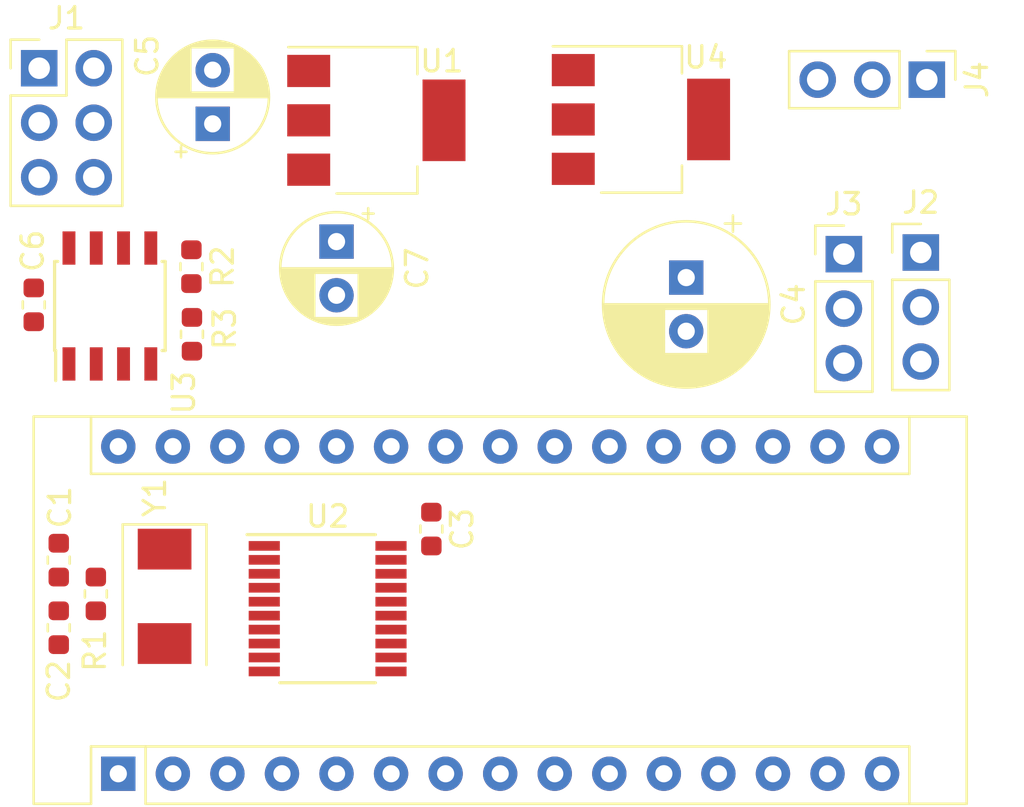
<source format=kicad_pcb>
(kicad_pcb (version 20171130) (host pcbnew "(5.0.1)-3")

  (general
    (thickness 1.6)
    (drawings 0)
    (tracks 0)
    (zones 0)
    (modules 20)
    (nets 49)
  )

  (page A4)
  (layers
    (0 F.Cu signal)
    (31 B.Cu signal)
    (32 B.Adhes user hide)
    (33 F.Adhes user hide)
    (34 B.Paste user hide)
    (35 F.Paste user hide)
    (36 B.SilkS user)
    (37 F.SilkS user)
    (38 B.Mask user hide)
    (39 F.Mask user hide)
    (40 Dwgs.User user)
    (41 Cmts.User user)
    (42 Eco1.User user hide)
    (43 Eco2.User user hide)
    (44 Edge.Cuts user)
    (45 Margin user hide)
    (46 B.CrtYd user hide)
    (47 F.CrtYd user hide)
    (48 B.Fab user hide)
    (49 F.Fab user hide)
  )

  (setup
    (last_trace_width 0.25)
    (trace_clearance 0.2)
    (zone_clearance 0.508)
    (zone_45_only no)
    (trace_min 0.2)
    (segment_width 0.2)
    (edge_width 0.1)
    (via_size 0.8)
    (via_drill 0.4)
    (via_min_size 0.4)
    (via_min_drill 0.3)
    (uvia_size 0.3)
    (uvia_drill 0.1)
    (uvias_allowed no)
    (uvia_min_size 0.2)
    (uvia_min_drill 0.1)
    (pcb_text_width 0.3)
    (pcb_text_size 1.5 1.5)
    (mod_edge_width 0.15)
    (mod_text_size 1 1)
    (mod_text_width 0.15)
    (pad_size 1.5 1.5)
    (pad_drill 0.6)
    (pad_to_mask_clearance 0)
    (aux_axis_origin 0 0)
    (visible_elements FFFFFF7F)
    (pcbplotparams
      (layerselection 0x010fc_ffffffff)
      (usegerberextensions false)
      (usegerberattributes false)
      (usegerberadvancedattributes false)
      (creategerberjobfile false)
      (excludeedgelayer true)
      (linewidth 0.100000)
      (plotframeref false)
      (viasonmask false)
      (mode 1)
      (useauxorigin false)
      (hpglpennumber 1)
      (hpglpenspeed 20)
      (hpglpendiameter 15.000000)
      (psnegative false)
      (psa4output false)
      (plotreference true)
      (plotvalue true)
      (plotinvisibletext false)
      (padsonsilk false)
      (subtractmaskfromsilk false)
      (outputformat 1)
      (mirror false)
      (drillshape 1)
      (scaleselection 1)
      (outputdirectory ""))
  )

  (net 0 "")
  (net 1 +5V)
  (net 2 "Net-(R2-Pad2)")
  (net 3 "Net-(C1-Pad1)")
  (net 4 "Net-(C2-Pad2)")
  (net 5 GND)
  (net 6 "Net-(R3-Pad1)")
  (net 7 +12V)
  (net 8 +5VA)
  (net 9 C_TX)
  (net 10 C_RX)
  (net 11 "Net-(U2-Pad3)")
  (net 12 TX0)
  (net 13 TX1)
  (net 14 "Net-(U2-Pad6)")
  (net 15 TX2)
  (net 16 RX1)
  (net 17 RX0)
  (net 18 INT)
  (net 19 SCK)
  (net 20 "Net-(U2-Pad15)")
  (net 21 MOSI)
  (net 22 MISO)
  (net 23 nCS)
  (net 24 Reset)
  (net 25 CANL)
  (net 26 CANH)
  (net 27 "Net-(A1-Pad1)")
  (net 28 "Net-(A1-Pad17)")
  (net 29 "Net-(A1-Pad2)")
  (net 30 "Net-(A1-Pad18)")
  (net 31 "Net-(A1-Pad3)")
  (net 32 "Net-(A1-Pad20)")
  (net 33 "Net-(A1-Pad21)")
  (net 34 "Net-(A1-Pad22)")
  (net 35 "Net-(A1-Pad7)")
  (net 36 "Net-(A1-Pad23)")
  (net 37 Gx)
  (net 38 "Net-(A1-Pad24)")
  (net 39 Gy)
  (net 40 "Net-(A1-Pad25)")
  (net 41 "Net-(A1-Pad10)")
  (net 42 "Net-(A1-Pad26)")
  (net 43 "Net-(A1-Pad11)")
  (net 44 "Net-(A1-Pad12)")
  (net 45 "Net-(A1-Pad28)")
  (net 46 "Net-(A1-Pad13)")
  (net 47 "Net-(A1-Pad30)")
  (net 48 CAM)

  (net_class Default "This is the default net class."
    (clearance 0.2)
    (trace_width 0.25)
    (via_dia 0.8)
    (via_drill 0.4)
    (uvia_dia 0.3)
    (uvia_drill 0.1)
    (add_net +12V)
    (add_net +5V)
    (add_net +5VA)
    (add_net CAM)
    (add_net CANH)
    (add_net CANL)
    (add_net C_RX)
    (add_net C_TX)
    (add_net GND)
    (add_net Gx)
    (add_net Gy)
    (add_net INT)
    (add_net MISO)
    (add_net MOSI)
    (add_net "Net-(A1-Pad1)")
    (add_net "Net-(A1-Pad10)")
    (add_net "Net-(A1-Pad11)")
    (add_net "Net-(A1-Pad12)")
    (add_net "Net-(A1-Pad13)")
    (add_net "Net-(A1-Pad17)")
    (add_net "Net-(A1-Pad18)")
    (add_net "Net-(A1-Pad2)")
    (add_net "Net-(A1-Pad20)")
    (add_net "Net-(A1-Pad21)")
    (add_net "Net-(A1-Pad22)")
    (add_net "Net-(A1-Pad23)")
    (add_net "Net-(A1-Pad24)")
    (add_net "Net-(A1-Pad25)")
    (add_net "Net-(A1-Pad26)")
    (add_net "Net-(A1-Pad28)")
    (add_net "Net-(A1-Pad3)")
    (add_net "Net-(A1-Pad30)")
    (add_net "Net-(A1-Pad7)")
    (add_net "Net-(C1-Pad1)")
    (add_net "Net-(C2-Pad2)")
    (add_net "Net-(R2-Pad2)")
    (add_net "Net-(R3-Pad1)")
    (add_net "Net-(U2-Pad15)")
    (add_net "Net-(U2-Pad3)")
    (add_net "Net-(U2-Pad6)")
    (add_net RX0)
    (add_net RX1)
    (add_net Reset)
    (add_net SCK)
    (add_net TX0)
    (add_net TX1)
    (add_net TX2)
    (add_net nCS)
  )

  (module Capacitor_THT:CP_Radial_D5.0mm_P2.50mm (layer F.Cu) (tedit 5AE50EF0) (tstamp 5BEAE301)
    (at 48.5394 29.8704 270)
    (descr "CP, Radial series, Radial, pin pitch=2.50mm, , diameter=5mm, Electrolytic Capacitor")
    (tags "CP Radial series Radial pin pitch 2.50mm  diameter 5mm Electrolytic Capacitor")
    (path /5BE4A90D)
    (fp_text reference C7 (at 1.25 -3.75 270) (layer F.SilkS)
      (effects (font (size 1 1) (thickness 0.15)))
    )
    (fp_text value 100uF (at 1.25 3.75 270) (layer F.Fab)
      (effects (font (size 1 1) (thickness 0.15)))
    )
    (fp_circle (center 1.25 0) (end 3.75 0) (layer F.Fab) (width 0.1))
    (fp_circle (center 1.25 0) (end 3.87 0) (layer F.SilkS) (width 0.12))
    (fp_circle (center 1.25 0) (end 4 0) (layer F.CrtYd) (width 0.05))
    (fp_line (start -0.883605 -1.0875) (end -0.383605 -1.0875) (layer F.Fab) (width 0.1))
    (fp_line (start -0.633605 -1.3375) (end -0.633605 -0.8375) (layer F.Fab) (width 0.1))
    (fp_line (start 1.25 -2.58) (end 1.25 2.58) (layer F.SilkS) (width 0.12))
    (fp_line (start 1.29 -2.58) (end 1.29 2.58) (layer F.SilkS) (width 0.12))
    (fp_line (start 1.33 -2.579) (end 1.33 2.579) (layer F.SilkS) (width 0.12))
    (fp_line (start 1.37 -2.578) (end 1.37 2.578) (layer F.SilkS) (width 0.12))
    (fp_line (start 1.41 -2.576) (end 1.41 2.576) (layer F.SilkS) (width 0.12))
    (fp_line (start 1.45 -2.573) (end 1.45 2.573) (layer F.SilkS) (width 0.12))
    (fp_line (start 1.49 -2.569) (end 1.49 -1.04) (layer F.SilkS) (width 0.12))
    (fp_line (start 1.49 1.04) (end 1.49 2.569) (layer F.SilkS) (width 0.12))
    (fp_line (start 1.53 -2.565) (end 1.53 -1.04) (layer F.SilkS) (width 0.12))
    (fp_line (start 1.53 1.04) (end 1.53 2.565) (layer F.SilkS) (width 0.12))
    (fp_line (start 1.57 -2.561) (end 1.57 -1.04) (layer F.SilkS) (width 0.12))
    (fp_line (start 1.57 1.04) (end 1.57 2.561) (layer F.SilkS) (width 0.12))
    (fp_line (start 1.61 -2.556) (end 1.61 -1.04) (layer F.SilkS) (width 0.12))
    (fp_line (start 1.61 1.04) (end 1.61 2.556) (layer F.SilkS) (width 0.12))
    (fp_line (start 1.65 -2.55) (end 1.65 -1.04) (layer F.SilkS) (width 0.12))
    (fp_line (start 1.65 1.04) (end 1.65 2.55) (layer F.SilkS) (width 0.12))
    (fp_line (start 1.69 -2.543) (end 1.69 -1.04) (layer F.SilkS) (width 0.12))
    (fp_line (start 1.69 1.04) (end 1.69 2.543) (layer F.SilkS) (width 0.12))
    (fp_line (start 1.73 -2.536) (end 1.73 -1.04) (layer F.SilkS) (width 0.12))
    (fp_line (start 1.73 1.04) (end 1.73 2.536) (layer F.SilkS) (width 0.12))
    (fp_line (start 1.77 -2.528) (end 1.77 -1.04) (layer F.SilkS) (width 0.12))
    (fp_line (start 1.77 1.04) (end 1.77 2.528) (layer F.SilkS) (width 0.12))
    (fp_line (start 1.81 -2.52) (end 1.81 -1.04) (layer F.SilkS) (width 0.12))
    (fp_line (start 1.81 1.04) (end 1.81 2.52) (layer F.SilkS) (width 0.12))
    (fp_line (start 1.85 -2.511) (end 1.85 -1.04) (layer F.SilkS) (width 0.12))
    (fp_line (start 1.85 1.04) (end 1.85 2.511) (layer F.SilkS) (width 0.12))
    (fp_line (start 1.89 -2.501) (end 1.89 -1.04) (layer F.SilkS) (width 0.12))
    (fp_line (start 1.89 1.04) (end 1.89 2.501) (layer F.SilkS) (width 0.12))
    (fp_line (start 1.93 -2.491) (end 1.93 -1.04) (layer F.SilkS) (width 0.12))
    (fp_line (start 1.93 1.04) (end 1.93 2.491) (layer F.SilkS) (width 0.12))
    (fp_line (start 1.971 -2.48) (end 1.971 -1.04) (layer F.SilkS) (width 0.12))
    (fp_line (start 1.971 1.04) (end 1.971 2.48) (layer F.SilkS) (width 0.12))
    (fp_line (start 2.011 -2.468) (end 2.011 -1.04) (layer F.SilkS) (width 0.12))
    (fp_line (start 2.011 1.04) (end 2.011 2.468) (layer F.SilkS) (width 0.12))
    (fp_line (start 2.051 -2.455) (end 2.051 -1.04) (layer F.SilkS) (width 0.12))
    (fp_line (start 2.051 1.04) (end 2.051 2.455) (layer F.SilkS) (width 0.12))
    (fp_line (start 2.091 -2.442) (end 2.091 -1.04) (layer F.SilkS) (width 0.12))
    (fp_line (start 2.091 1.04) (end 2.091 2.442) (layer F.SilkS) (width 0.12))
    (fp_line (start 2.131 -2.428) (end 2.131 -1.04) (layer F.SilkS) (width 0.12))
    (fp_line (start 2.131 1.04) (end 2.131 2.428) (layer F.SilkS) (width 0.12))
    (fp_line (start 2.171 -2.414) (end 2.171 -1.04) (layer F.SilkS) (width 0.12))
    (fp_line (start 2.171 1.04) (end 2.171 2.414) (layer F.SilkS) (width 0.12))
    (fp_line (start 2.211 -2.398) (end 2.211 -1.04) (layer F.SilkS) (width 0.12))
    (fp_line (start 2.211 1.04) (end 2.211 2.398) (layer F.SilkS) (width 0.12))
    (fp_line (start 2.251 -2.382) (end 2.251 -1.04) (layer F.SilkS) (width 0.12))
    (fp_line (start 2.251 1.04) (end 2.251 2.382) (layer F.SilkS) (width 0.12))
    (fp_line (start 2.291 -2.365) (end 2.291 -1.04) (layer F.SilkS) (width 0.12))
    (fp_line (start 2.291 1.04) (end 2.291 2.365) (layer F.SilkS) (width 0.12))
    (fp_line (start 2.331 -2.348) (end 2.331 -1.04) (layer F.SilkS) (width 0.12))
    (fp_line (start 2.331 1.04) (end 2.331 2.348) (layer F.SilkS) (width 0.12))
    (fp_line (start 2.371 -2.329) (end 2.371 -1.04) (layer F.SilkS) (width 0.12))
    (fp_line (start 2.371 1.04) (end 2.371 2.329) (layer F.SilkS) (width 0.12))
    (fp_line (start 2.411 -2.31) (end 2.411 -1.04) (layer F.SilkS) (width 0.12))
    (fp_line (start 2.411 1.04) (end 2.411 2.31) (layer F.SilkS) (width 0.12))
    (fp_line (start 2.451 -2.29) (end 2.451 -1.04) (layer F.SilkS) (width 0.12))
    (fp_line (start 2.451 1.04) (end 2.451 2.29) (layer F.SilkS) (width 0.12))
    (fp_line (start 2.491 -2.268) (end 2.491 -1.04) (layer F.SilkS) (width 0.12))
    (fp_line (start 2.491 1.04) (end 2.491 2.268) (layer F.SilkS) (width 0.12))
    (fp_line (start 2.531 -2.247) (end 2.531 -1.04) (layer F.SilkS) (width 0.12))
    (fp_line (start 2.531 1.04) (end 2.531 2.247) (layer F.SilkS) (width 0.12))
    (fp_line (start 2.571 -2.224) (end 2.571 -1.04) (layer F.SilkS) (width 0.12))
    (fp_line (start 2.571 1.04) (end 2.571 2.224) (layer F.SilkS) (width 0.12))
    (fp_line (start 2.611 -2.2) (end 2.611 -1.04) (layer F.SilkS) (width 0.12))
    (fp_line (start 2.611 1.04) (end 2.611 2.2) (layer F.SilkS) (width 0.12))
    (fp_line (start 2.651 -2.175) (end 2.651 -1.04) (layer F.SilkS) (width 0.12))
    (fp_line (start 2.651 1.04) (end 2.651 2.175) (layer F.SilkS) (width 0.12))
    (fp_line (start 2.691 -2.149) (end 2.691 -1.04) (layer F.SilkS) (width 0.12))
    (fp_line (start 2.691 1.04) (end 2.691 2.149) (layer F.SilkS) (width 0.12))
    (fp_line (start 2.731 -2.122) (end 2.731 -1.04) (layer F.SilkS) (width 0.12))
    (fp_line (start 2.731 1.04) (end 2.731 2.122) (layer F.SilkS) (width 0.12))
    (fp_line (start 2.771 -2.095) (end 2.771 -1.04) (layer F.SilkS) (width 0.12))
    (fp_line (start 2.771 1.04) (end 2.771 2.095) (layer F.SilkS) (width 0.12))
    (fp_line (start 2.811 -2.065) (end 2.811 -1.04) (layer F.SilkS) (width 0.12))
    (fp_line (start 2.811 1.04) (end 2.811 2.065) (layer F.SilkS) (width 0.12))
    (fp_line (start 2.851 -2.035) (end 2.851 -1.04) (layer F.SilkS) (width 0.12))
    (fp_line (start 2.851 1.04) (end 2.851 2.035) (layer F.SilkS) (width 0.12))
    (fp_line (start 2.891 -2.004) (end 2.891 -1.04) (layer F.SilkS) (width 0.12))
    (fp_line (start 2.891 1.04) (end 2.891 2.004) (layer F.SilkS) (width 0.12))
    (fp_line (start 2.931 -1.971) (end 2.931 -1.04) (layer F.SilkS) (width 0.12))
    (fp_line (start 2.931 1.04) (end 2.931 1.971) (layer F.SilkS) (width 0.12))
    (fp_line (start 2.971 -1.937) (end 2.971 -1.04) (layer F.SilkS) (width 0.12))
    (fp_line (start 2.971 1.04) (end 2.971 1.937) (layer F.SilkS) (width 0.12))
    (fp_line (start 3.011 -1.901) (end 3.011 -1.04) (layer F.SilkS) (width 0.12))
    (fp_line (start 3.011 1.04) (end 3.011 1.901) (layer F.SilkS) (width 0.12))
    (fp_line (start 3.051 -1.864) (end 3.051 -1.04) (layer F.SilkS) (width 0.12))
    (fp_line (start 3.051 1.04) (end 3.051 1.864) (layer F.SilkS) (width 0.12))
    (fp_line (start 3.091 -1.826) (end 3.091 -1.04) (layer F.SilkS) (width 0.12))
    (fp_line (start 3.091 1.04) (end 3.091 1.826) (layer F.SilkS) (width 0.12))
    (fp_line (start 3.131 -1.785) (end 3.131 -1.04) (layer F.SilkS) (width 0.12))
    (fp_line (start 3.131 1.04) (end 3.131 1.785) (layer F.SilkS) (width 0.12))
    (fp_line (start 3.171 -1.743) (end 3.171 -1.04) (layer F.SilkS) (width 0.12))
    (fp_line (start 3.171 1.04) (end 3.171 1.743) (layer F.SilkS) (width 0.12))
    (fp_line (start 3.211 -1.699) (end 3.211 -1.04) (layer F.SilkS) (width 0.12))
    (fp_line (start 3.211 1.04) (end 3.211 1.699) (layer F.SilkS) (width 0.12))
    (fp_line (start 3.251 -1.653) (end 3.251 -1.04) (layer F.SilkS) (width 0.12))
    (fp_line (start 3.251 1.04) (end 3.251 1.653) (layer F.SilkS) (width 0.12))
    (fp_line (start 3.291 -1.605) (end 3.291 -1.04) (layer F.SilkS) (width 0.12))
    (fp_line (start 3.291 1.04) (end 3.291 1.605) (layer F.SilkS) (width 0.12))
    (fp_line (start 3.331 -1.554) (end 3.331 -1.04) (layer F.SilkS) (width 0.12))
    (fp_line (start 3.331 1.04) (end 3.331 1.554) (layer F.SilkS) (width 0.12))
    (fp_line (start 3.371 -1.5) (end 3.371 -1.04) (layer F.SilkS) (width 0.12))
    (fp_line (start 3.371 1.04) (end 3.371 1.5) (layer F.SilkS) (width 0.12))
    (fp_line (start 3.411 -1.443) (end 3.411 -1.04) (layer F.SilkS) (width 0.12))
    (fp_line (start 3.411 1.04) (end 3.411 1.443) (layer F.SilkS) (width 0.12))
    (fp_line (start 3.451 -1.383) (end 3.451 -1.04) (layer F.SilkS) (width 0.12))
    (fp_line (start 3.451 1.04) (end 3.451 1.383) (layer F.SilkS) (width 0.12))
    (fp_line (start 3.491 -1.319) (end 3.491 -1.04) (layer F.SilkS) (width 0.12))
    (fp_line (start 3.491 1.04) (end 3.491 1.319) (layer F.SilkS) (width 0.12))
    (fp_line (start 3.531 -1.251) (end 3.531 -1.04) (layer F.SilkS) (width 0.12))
    (fp_line (start 3.531 1.04) (end 3.531 1.251) (layer F.SilkS) (width 0.12))
    (fp_line (start 3.571 -1.178) (end 3.571 1.178) (layer F.SilkS) (width 0.12))
    (fp_line (start 3.611 -1.098) (end 3.611 1.098) (layer F.SilkS) (width 0.12))
    (fp_line (start 3.651 -1.011) (end 3.651 1.011) (layer F.SilkS) (width 0.12))
    (fp_line (start 3.691 -0.915) (end 3.691 0.915) (layer F.SilkS) (width 0.12))
    (fp_line (start 3.731 -0.805) (end 3.731 0.805) (layer F.SilkS) (width 0.12))
    (fp_line (start 3.771 -0.677) (end 3.771 0.677) (layer F.SilkS) (width 0.12))
    (fp_line (start 3.811 -0.518) (end 3.811 0.518) (layer F.SilkS) (width 0.12))
    (fp_line (start 3.851 -0.284) (end 3.851 0.284) (layer F.SilkS) (width 0.12))
    (fp_line (start -1.554775 -1.475) (end -1.054775 -1.475) (layer F.SilkS) (width 0.12))
    (fp_line (start -1.304775 -1.725) (end -1.304775 -1.225) (layer F.SilkS) (width 0.12))
    (fp_text user %R (at 1.25 0 270) (layer F.Fab)
      (effects (font (size 1 1) (thickness 0.15)))
    )
    (pad 1 thru_hole rect (at 0 0 270) (size 1.6 1.6) (drill 0.8) (layers *.Cu *.Mask)
      (net 1 +5V))
    (pad 2 thru_hole circle (at 2.5 0 270) (size 1.6 1.6) (drill 0.8) (layers *.Cu *.Mask)
      (net 5 GND))
    (model ${KISYS3DMOD}/Capacitor_THT.3dshapes/CP_Radial_D5.0mm_P2.50mm.wrl
      (at (xyz 0 0 0))
      (scale (xyz 1 1 1))
      (rotate (xyz 0 0 0))
    )
  )

  (module Capacitor_SMD:C_0603_1608Metric (layer F.Cu) (tedit 5B301BBE) (tstamp 5BEAECEF)
    (at 35.606684 44.710141 90)
    (descr "Capacitor SMD 0603 (1608 Metric), square (rectangular) end terminal, IPC_7351 nominal, (Body size source: http://www.tortai-tech.com/upload/download/2011102023233369053.pdf), generated with kicad-footprint-generator")
    (tags capacitor)
    (path /5B9092BA)
    (attr smd)
    (fp_text reference C1 (at 2.4637 0.0508 90) (layer F.SilkS)
      (effects (font (size 1 1) (thickness 0.15)))
    )
    (fp_text value 15p (at 0 1.43 90) (layer F.Fab)
      (effects (font (size 1 1) (thickness 0.15)))
    )
    (fp_text user %R (at 0 0 90) (layer F.Fab)
      (effects (font (size 0.4 0.4) (thickness 0.06)))
    )
    (fp_line (start 1.48 0.73) (end -1.48 0.73) (layer F.CrtYd) (width 0.05))
    (fp_line (start 1.48 -0.73) (end 1.48 0.73) (layer F.CrtYd) (width 0.05))
    (fp_line (start -1.48 -0.73) (end 1.48 -0.73) (layer F.CrtYd) (width 0.05))
    (fp_line (start -1.48 0.73) (end -1.48 -0.73) (layer F.CrtYd) (width 0.05))
    (fp_line (start -0.162779 0.51) (end 0.162779 0.51) (layer F.SilkS) (width 0.12))
    (fp_line (start -0.162779 -0.51) (end 0.162779 -0.51) (layer F.SilkS) (width 0.12))
    (fp_line (start 0.8 0.4) (end -0.8 0.4) (layer F.Fab) (width 0.1))
    (fp_line (start 0.8 -0.4) (end 0.8 0.4) (layer F.Fab) (width 0.1))
    (fp_line (start -0.8 -0.4) (end 0.8 -0.4) (layer F.Fab) (width 0.1))
    (fp_line (start -0.8 0.4) (end -0.8 -0.4) (layer F.Fab) (width 0.1))
    (pad 2 smd roundrect (at 0.7875 0 90) (size 0.875 0.95) (layers F.Cu F.Paste F.Mask) (roundrect_rratio 0.25)
      (net 5 GND))
    (pad 1 smd roundrect (at -0.7875 0 90) (size 0.875 0.95) (layers F.Cu F.Paste F.Mask) (roundrect_rratio 0.25)
      (net 3 "Net-(C1-Pad1)"))
    (model ${KISYS3DMOD}/Capacitor_SMD.3dshapes/C_0603_1608Metric.wrl
      (at (xyz 0 0 0))
      (scale (xyz 1 1 1))
      (rotate (xyz 0 0 0))
    )
  )

  (module Capacitor_SMD:C_0603_1608Metric (layer F.Cu) (tedit 5B301BBE) (tstamp 5BEAE84C)
    (at 35.606684 47.859941 90)
    (descr "Capacitor SMD 0603 (1608 Metric), square (rectangular) end terminal, IPC_7351 nominal, (Body size source: http://www.tortai-tech.com/upload/download/2011102023233369053.pdf), generated with kicad-footprint-generator")
    (tags capacitor)
    (path /5B90DA09)
    (attr smd)
    (fp_text reference C2 (at -2.4891 0 90) (layer F.SilkS)
      (effects (font (size 1 1) (thickness 0.15)))
    )
    (fp_text value 15p (at 0 1.43 90) (layer F.Fab)
      (effects (font (size 1 1) (thickness 0.15)))
    )
    (fp_line (start -0.8 0.4) (end -0.8 -0.4) (layer F.Fab) (width 0.1))
    (fp_line (start -0.8 -0.4) (end 0.8 -0.4) (layer F.Fab) (width 0.1))
    (fp_line (start 0.8 -0.4) (end 0.8 0.4) (layer F.Fab) (width 0.1))
    (fp_line (start 0.8 0.4) (end -0.8 0.4) (layer F.Fab) (width 0.1))
    (fp_line (start -0.162779 -0.51) (end 0.162779 -0.51) (layer F.SilkS) (width 0.12))
    (fp_line (start -0.162779 0.51) (end 0.162779 0.51) (layer F.SilkS) (width 0.12))
    (fp_line (start -1.48 0.73) (end -1.48 -0.73) (layer F.CrtYd) (width 0.05))
    (fp_line (start -1.48 -0.73) (end 1.48 -0.73) (layer F.CrtYd) (width 0.05))
    (fp_line (start 1.48 -0.73) (end 1.48 0.73) (layer F.CrtYd) (width 0.05))
    (fp_line (start 1.48 0.73) (end -1.48 0.73) (layer F.CrtYd) (width 0.05))
    (fp_text user %R (at 0 0 90) (layer F.Fab)
      (effects (font (size 0.4 0.4) (thickness 0.06)))
    )
    (pad 1 smd roundrect (at -0.7875 0 90) (size 0.875 0.95) (layers F.Cu F.Paste F.Mask) (roundrect_rratio 0.25)
      (net 5 GND))
    (pad 2 smd roundrect (at 0.7875 0 90) (size 0.875 0.95) (layers F.Cu F.Paste F.Mask) (roundrect_rratio 0.25)
      (net 4 "Net-(C2-Pad2)"))
    (model ${KISYS3DMOD}/Capacitor_SMD.3dshapes/C_0603_1608Metric.wrl
      (at (xyz 0 0 0))
      (scale (xyz 1 1 1))
      (rotate (xyz 0 0 0))
    )
  )

  (module Capacitor_SMD:C_0603_1608Metric (layer F.Cu) (tedit 5B301BBE) (tstamp 5BEAE87C)
    (at 52.954884 43.262341 270)
    (descr "Capacitor SMD 0603 (1608 Metric), square (rectangular) end terminal, IPC_7351 nominal, (Body size source: http://www.tortai-tech.com/upload/download/2011102023233369053.pdf), generated with kicad-footprint-generator")
    (tags capacitor)
    (path /5BDEBBF1)
    (attr smd)
    (fp_text reference C3 (at 0 -1.43 270) (layer F.SilkS)
      (effects (font (size 1 1) (thickness 0.15)))
    )
    (fp_text value 0.1uF (at 0 1.43 270) (layer F.Fab)
      (effects (font (size 1 1) (thickness 0.15)))
    )
    (fp_text user %R (at 0 0 270) (layer F.Fab)
      (effects (font (size 0.4 0.4) (thickness 0.06)))
    )
    (fp_line (start 1.48 0.73) (end -1.48 0.73) (layer F.CrtYd) (width 0.05))
    (fp_line (start 1.48 -0.73) (end 1.48 0.73) (layer F.CrtYd) (width 0.05))
    (fp_line (start -1.48 -0.73) (end 1.48 -0.73) (layer F.CrtYd) (width 0.05))
    (fp_line (start -1.48 0.73) (end -1.48 -0.73) (layer F.CrtYd) (width 0.05))
    (fp_line (start -0.162779 0.51) (end 0.162779 0.51) (layer F.SilkS) (width 0.12))
    (fp_line (start -0.162779 -0.51) (end 0.162779 -0.51) (layer F.SilkS) (width 0.12))
    (fp_line (start 0.8 0.4) (end -0.8 0.4) (layer F.Fab) (width 0.1))
    (fp_line (start 0.8 -0.4) (end 0.8 0.4) (layer F.Fab) (width 0.1))
    (fp_line (start -0.8 -0.4) (end 0.8 -0.4) (layer F.Fab) (width 0.1))
    (fp_line (start -0.8 0.4) (end -0.8 -0.4) (layer F.Fab) (width 0.1))
    (pad 2 smd roundrect (at 0.7875 0 270) (size 0.875 0.95) (layers F.Cu F.Paste F.Mask) (roundrect_rratio 0.25)
      (net 1 +5V))
    (pad 1 smd roundrect (at -0.7875 0 270) (size 0.875 0.95) (layers F.Cu F.Paste F.Mask) (roundrect_rratio 0.25)
      (net 5 GND))
    (model ${KISYS3DMOD}/Capacitor_SMD.3dshapes/C_0603_1608Metric.wrl
      (at (xyz 0 0 0))
      (scale (xyz 1 1 1))
      (rotate (xyz 0 0 0))
    )
  )

  (module Capacitor_SMD:C_0603_1608Metric (layer F.Cu) (tedit 5B301BBE) (tstamp 5BEA7784)
    (at 34.4424 32.8167 270)
    (descr "Capacitor SMD 0603 (1608 Metric), square (rectangular) end terminal, IPC_7351 nominal, (Body size source: http://www.tortai-tech.com/upload/download/2011102023233369053.pdf), generated with kicad-footprint-generator")
    (tags capacitor)
    (path /5BDE0F2A)
    (attr smd)
    (fp_text reference C6 (at -2.5147 0.0508 270) (layer F.SilkS)
      (effects (font (size 1 1) (thickness 0.15)))
    )
    (fp_text value 0.1uF (at 0 1.43 270) (layer F.Fab)
      (effects (font (size 1 1) (thickness 0.15)))
    )
    (fp_line (start -0.8 0.4) (end -0.8 -0.4) (layer F.Fab) (width 0.1))
    (fp_line (start -0.8 -0.4) (end 0.8 -0.4) (layer F.Fab) (width 0.1))
    (fp_line (start 0.8 -0.4) (end 0.8 0.4) (layer F.Fab) (width 0.1))
    (fp_line (start 0.8 0.4) (end -0.8 0.4) (layer F.Fab) (width 0.1))
    (fp_line (start -0.162779 -0.51) (end 0.162779 -0.51) (layer F.SilkS) (width 0.12))
    (fp_line (start -0.162779 0.51) (end 0.162779 0.51) (layer F.SilkS) (width 0.12))
    (fp_line (start -1.48 0.73) (end -1.48 -0.73) (layer F.CrtYd) (width 0.05))
    (fp_line (start -1.48 -0.73) (end 1.48 -0.73) (layer F.CrtYd) (width 0.05))
    (fp_line (start 1.48 -0.73) (end 1.48 0.73) (layer F.CrtYd) (width 0.05))
    (fp_line (start 1.48 0.73) (end -1.48 0.73) (layer F.CrtYd) (width 0.05))
    (fp_text user %R (at 0 0 270) (layer F.Fab)
      (effects (font (size 0.4 0.4) (thickness 0.06)))
    )
    (pad 1 smd roundrect (at -0.7875 0 270) (size 0.875 0.95) (layers F.Cu F.Paste F.Mask) (roundrect_rratio 0.25)
      (net 5 GND))
    (pad 2 smd roundrect (at 0.7875 0 270) (size 0.875 0.95) (layers F.Cu F.Paste F.Mask) (roundrect_rratio 0.25)
      (net 1 +5V))
    (model ${KISYS3DMOD}/Capacitor_SMD.3dshapes/C_0603_1608Metric.wrl
      (at (xyz 0 0 0))
      (scale (xyz 1 1 1))
      (rotate (xyz 0 0 0))
    )
  )

  (module Capacitor_THT:CP_Radial_D5.0mm_P2.50mm (layer F.Cu) (tedit 5AE50EF0) (tstamp 5BEA7773)
    (at 42.7736 24.384 90)
    (descr "CP, Radial series, Radial, pin pitch=2.50mm, , diameter=5mm, Electrolytic Capacitor")
    (tags "CP Radial series Radial pin pitch 2.50mm  diameter 5mm Electrolytic Capacitor")
    (path /5BE3F83B)
    (fp_text reference C5 (at 3.1604 -3.048 90) (layer F.SilkS)
      (effects (font (size 1 1) (thickness 0.15)))
    )
    (fp_text value 100uF (at 1.25 3.75 90) (layer F.Fab)
      (effects (font (size 1 1) (thickness 0.15)))
    )
    (fp_circle (center 1.25 0) (end 3.75 0) (layer F.Fab) (width 0.1))
    (fp_circle (center 1.25 0) (end 3.87 0) (layer F.SilkS) (width 0.12))
    (fp_circle (center 1.25 0) (end 4 0) (layer F.CrtYd) (width 0.05))
    (fp_line (start -0.883605 -1.0875) (end -0.383605 -1.0875) (layer F.Fab) (width 0.1))
    (fp_line (start -0.633605 -1.3375) (end -0.633605 -0.8375) (layer F.Fab) (width 0.1))
    (fp_line (start 1.25 -2.58) (end 1.25 2.58) (layer F.SilkS) (width 0.12))
    (fp_line (start 1.29 -2.58) (end 1.29 2.58) (layer F.SilkS) (width 0.12))
    (fp_line (start 1.33 -2.579) (end 1.33 2.579) (layer F.SilkS) (width 0.12))
    (fp_line (start 1.37 -2.578) (end 1.37 2.578) (layer F.SilkS) (width 0.12))
    (fp_line (start 1.41 -2.576) (end 1.41 2.576) (layer F.SilkS) (width 0.12))
    (fp_line (start 1.45 -2.573) (end 1.45 2.573) (layer F.SilkS) (width 0.12))
    (fp_line (start 1.49 -2.569) (end 1.49 -1.04) (layer F.SilkS) (width 0.12))
    (fp_line (start 1.49 1.04) (end 1.49 2.569) (layer F.SilkS) (width 0.12))
    (fp_line (start 1.53 -2.565) (end 1.53 -1.04) (layer F.SilkS) (width 0.12))
    (fp_line (start 1.53 1.04) (end 1.53 2.565) (layer F.SilkS) (width 0.12))
    (fp_line (start 1.57 -2.561) (end 1.57 -1.04) (layer F.SilkS) (width 0.12))
    (fp_line (start 1.57 1.04) (end 1.57 2.561) (layer F.SilkS) (width 0.12))
    (fp_line (start 1.61 -2.556) (end 1.61 -1.04) (layer F.SilkS) (width 0.12))
    (fp_line (start 1.61 1.04) (end 1.61 2.556) (layer F.SilkS) (width 0.12))
    (fp_line (start 1.65 -2.55) (end 1.65 -1.04) (layer F.SilkS) (width 0.12))
    (fp_line (start 1.65 1.04) (end 1.65 2.55) (layer F.SilkS) (width 0.12))
    (fp_line (start 1.69 -2.543) (end 1.69 -1.04) (layer F.SilkS) (width 0.12))
    (fp_line (start 1.69 1.04) (end 1.69 2.543) (layer F.SilkS) (width 0.12))
    (fp_line (start 1.73 -2.536) (end 1.73 -1.04) (layer F.SilkS) (width 0.12))
    (fp_line (start 1.73 1.04) (end 1.73 2.536) (layer F.SilkS) (width 0.12))
    (fp_line (start 1.77 -2.528) (end 1.77 -1.04) (layer F.SilkS) (width 0.12))
    (fp_line (start 1.77 1.04) (end 1.77 2.528) (layer F.SilkS) (width 0.12))
    (fp_line (start 1.81 -2.52) (end 1.81 -1.04) (layer F.SilkS) (width 0.12))
    (fp_line (start 1.81 1.04) (end 1.81 2.52) (layer F.SilkS) (width 0.12))
    (fp_line (start 1.85 -2.511) (end 1.85 -1.04) (layer F.SilkS) (width 0.12))
    (fp_line (start 1.85 1.04) (end 1.85 2.511) (layer F.SilkS) (width 0.12))
    (fp_line (start 1.89 -2.501) (end 1.89 -1.04) (layer F.SilkS) (width 0.12))
    (fp_line (start 1.89 1.04) (end 1.89 2.501) (layer F.SilkS) (width 0.12))
    (fp_line (start 1.93 -2.491) (end 1.93 -1.04) (layer F.SilkS) (width 0.12))
    (fp_line (start 1.93 1.04) (end 1.93 2.491) (layer F.SilkS) (width 0.12))
    (fp_line (start 1.971 -2.48) (end 1.971 -1.04) (layer F.SilkS) (width 0.12))
    (fp_line (start 1.971 1.04) (end 1.971 2.48) (layer F.SilkS) (width 0.12))
    (fp_line (start 2.011 -2.468) (end 2.011 -1.04) (layer F.SilkS) (width 0.12))
    (fp_line (start 2.011 1.04) (end 2.011 2.468) (layer F.SilkS) (width 0.12))
    (fp_line (start 2.051 -2.455) (end 2.051 -1.04) (layer F.SilkS) (width 0.12))
    (fp_line (start 2.051 1.04) (end 2.051 2.455) (layer F.SilkS) (width 0.12))
    (fp_line (start 2.091 -2.442) (end 2.091 -1.04) (layer F.SilkS) (width 0.12))
    (fp_line (start 2.091 1.04) (end 2.091 2.442) (layer F.SilkS) (width 0.12))
    (fp_line (start 2.131 -2.428) (end 2.131 -1.04) (layer F.SilkS) (width 0.12))
    (fp_line (start 2.131 1.04) (end 2.131 2.428) (layer F.SilkS) (width 0.12))
    (fp_line (start 2.171 -2.414) (end 2.171 -1.04) (layer F.SilkS) (width 0.12))
    (fp_line (start 2.171 1.04) (end 2.171 2.414) (layer F.SilkS) (width 0.12))
    (fp_line (start 2.211 -2.398) (end 2.211 -1.04) (layer F.SilkS) (width 0.12))
    (fp_line (start 2.211 1.04) (end 2.211 2.398) (layer F.SilkS) (width 0.12))
    (fp_line (start 2.251 -2.382) (end 2.251 -1.04) (layer F.SilkS) (width 0.12))
    (fp_line (start 2.251 1.04) (end 2.251 2.382) (layer F.SilkS) (width 0.12))
    (fp_line (start 2.291 -2.365) (end 2.291 -1.04) (layer F.SilkS) (width 0.12))
    (fp_line (start 2.291 1.04) (end 2.291 2.365) (layer F.SilkS) (width 0.12))
    (fp_line (start 2.331 -2.348) (end 2.331 -1.04) (layer F.SilkS) (width 0.12))
    (fp_line (start 2.331 1.04) (end 2.331 2.348) (layer F.SilkS) (width 0.12))
    (fp_line (start 2.371 -2.329) (end 2.371 -1.04) (layer F.SilkS) (width 0.12))
    (fp_line (start 2.371 1.04) (end 2.371 2.329) (layer F.SilkS) (width 0.12))
    (fp_line (start 2.411 -2.31) (end 2.411 -1.04) (layer F.SilkS) (width 0.12))
    (fp_line (start 2.411 1.04) (end 2.411 2.31) (layer F.SilkS) (width 0.12))
    (fp_line (start 2.451 -2.29) (end 2.451 -1.04) (layer F.SilkS) (width 0.12))
    (fp_line (start 2.451 1.04) (end 2.451 2.29) (layer F.SilkS) (width 0.12))
    (fp_line (start 2.491 -2.268) (end 2.491 -1.04) (layer F.SilkS) (width 0.12))
    (fp_line (start 2.491 1.04) (end 2.491 2.268) (layer F.SilkS) (width 0.12))
    (fp_line (start 2.531 -2.247) (end 2.531 -1.04) (layer F.SilkS) (width 0.12))
    (fp_line (start 2.531 1.04) (end 2.531 2.247) (layer F.SilkS) (width 0.12))
    (fp_line (start 2.571 -2.224) (end 2.571 -1.04) (layer F.SilkS) (width 0.12))
    (fp_line (start 2.571 1.04) (end 2.571 2.224) (layer F.SilkS) (width 0.12))
    (fp_line (start 2.611 -2.2) (end 2.611 -1.04) (layer F.SilkS) (width 0.12))
    (fp_line (start 2.611 1.04) (end 2.611 2.2) (layer F.SilkS) (width 0.12))
    (fp_line (start 2.651 -2.175) (end 2.651 -1.04) (layer F.SilkS) (width 0.12))
    (fp_line (start 2.651 1.04) (end 2.651 2.175) (layer F.SilkS) (width 0.12))
    (fp_line (start 2.691 -2.149) (end 2.691 -1.04) (layer F.SilkS) (width 0.12))
    (fp_line (start 2.691 1.04) (end 2.691 2.149) (layer F.SilkS) (width 0.12))
    (fp_line (start 2.731 -2.122) (end 2.731 -1.04) (layer F.SilkS) (width 0.12))
    (fp_line (start 2.731 1.04) (end 2.731 2.122) (layer F.SilkS) (width 0.12))
    (fp_line (start 2.771 -2.095) (end 2.771 -1.04) (layer F.SilkS) (width 0.12))
    (fp_line (start 2.771 1.04) (end 2.771 2.095) (layer F.SilkS) (width 0.12))
    (fp_line (start 2.811 -2.065) (end 2.811 -1.04) (layer F.SilkS) (width 0.12))
    (fp_line (start 2.811 1.04) (end 2.811 2.065) (layer F.SilkS) (width 0.12))
    (fp_line (start 2.851 -2.035) (end 2.851 -1.04) (layer F.SilkS) (width 0.12))
    (fp_line (start 2.851 1.04) (end 2.851 2.035) (layer F.SilkS) (width 0.12))
    (fp_line (start 2.891 -2.004) (end 2.891 -1.04) (layer F.SilkS) (width 0.12))
    (fp_line (start 2.891 1.04) (end 2.891 2.004) (layer F.SilkS) (width 0.12))
    (fp_line (start 2.931 -1.971) (end 2.931 -1.04) (layer F.SilkS) (width 0.12))
    (fp_line (start 2.931 1.04) (end 2.931 1.971) (layer F.SilkS) (width 0.12))
    (fp_line (start 2.971 -1.937) (end 2.971 -1.04) (layer F.SilkS) (width 0.12))
    (fp_line (start 2.971 1.04) (end 2.971 1.937) (layer F.SilkS) (width 0.12))
    (fp_line (start 3.011 -1.901) (end 3.011 -1.04) (layer F.SilkS) (width 0.12))
    (fp_line (start 3.011 1.04) (end 3.011 1.901) (layer F.SilkS) (width 0.12))
    (fp_line (start 3.051 -1.864) (end 3.051 -1.04) (layer F.SilkS) (width 0.12))
    (fp_line (start 3.051 1.04) (end 3.051 1.864) (layer F.SilkS) (width 0.12))
    (fp_line (start 3.091 -1.826) (end 3.091 -1.04) (layer F.SilkS) (width 0.12))
    (fp_line (start 3.091 1.04) (end 3.091 1.826) (layer F.SilkS) (width 0.12))
    (fp_line (start 3.131 -1.785) (end 3.131 -1.04) (layer F.SilkS) (width 0.12))
    (fp_line (start 3.131 1.04) (end 3.131 1.785) (layer F.SilkS) (width 0.12))
    (fp_line (start 3.171 -1.743) (end 3.171 -1.04) (layer F.SilkS) (width 0.12))
    (fp_line (start 3.171 1.04) (end 3.171 1.743) (layer F.SilkS) (width 0.12))
    (fp_line (start 3.211 -1.699) (end 3.211 -1.04) (layer F.SilkS) (width 0.12))
    (fp_line (start 3.211 1.04) (end 3.211 1.699) (layer F.SilkS) (width 0.12))
    (fp_line (start 3.251 -1.653) (end 3.251 -1.04) (layer F.SilkS) (width 0.12))
    (fp_line (start 3.251 1.04) (end 3.251 1.653) (layer F.SilkS) (width 0.12))
    (fp_line (start 3.291 -1.605) (end 3.291 -1.04) (layer F.SilkS) (width 0.12))
    (fp_line (start 3.291 1.04) (end 3.291 1.605) (layer F.SilkS) (width 0.12))
    (fp_line (start 3.331 -1.554) (end 3.331 -1.04) (layer F.SilkS) (width 0.12))
    (fp_line (start 3.331 1.04) (end 3.331 1.554) (layer F.SilkS) (width 0.12))
    (fp_line (start 3.371 -1.5) (end 3.371 -1.04) (layer F.SilkS) (width 0.12))
    (fp_line (start 3.371 1.04) (end 3.371 1.5) (layer F.SilkS) (width 0.12))
    (fp_line (start 3.411 -1.443) (end 3.411 -1.04) (layer F.SilkS) (width 0.12))
    (fp_line (start 3.411 1.04) (end 3.411 1.443) (layer F.SilkS) (width 0.12))
    (fp_line (start 3.451 -1.383) (end 3.451 -1.04) (layer F.SilkS) (width 0.12))
    (fp_line (start 3.451 1.04) (end 3.451 1.383) (layer F.SilkS) (width 0.12))
    (fp_line (start 3.491 -1.319) (end 3.491 -1.04) (layer F.SilkS) (width 0.12))
    (fp_line (start 3.491 1.04) (end 3.491 1.319) (layer F.SilkS) (width 0.12))
    (fp_line (start 3.531 -1.251) (end 3.531 -1.04) (layer F.SilkS) (width 0.12))
    (fp_line (start 3.531 1.04) (end 3.531 1.251) (layer F.SilkS) (width 0.12))
    (fp_line (start 3.571 -1.178) (end 3.571 1.178) (layer F.SilkS) (width 0.12))
    (fp_line (start 3.611 -1.098) (end 3.611 1.098) (layer F.SilkS) (width 0.12))
    (fp_line (start 3.651 -1.011) (end 3.651 1.011) (layer F.SilkS) (width 0.12))
    (fp_line (start 3.691 -0.915) (end 3.691 0.915) (layer F.SilkS) (width 0.12))
    (fp_line (start 3.731 -0.805) (end 3.731 0.805) (layer F.SilkS) (width 0.12))
    (fp_line (start 3.771 -0.677) (end 3.771 0.677) (layer F.SilkS) (width 0.12))
    (fp_line (start 3.811 -0.518) (end 3.811 0.518) (layer F.SilkS) (width 0.12))
    (fp_line (start 3.851 -0.284) (end 3.851 0.284) (layer F.SilkS) (width 0.12))
    (fp_line (start -1.554775 -1.475) (end -1.054775 -1.475) (layer F.SilkS) (width 0.12))
    (fp_line (start -1.304775 -1.725) (end -1.304775 -1.225) (layer F.SilkS) (width 0.12))
    (fp_text user %R (at 1.25 0 90) (layer F.Fab)
      (effects (font (size 1 1) (thickness 0.15)))
    )
    (pad 1 thru_hole rect (at 0 0 90) (size 1.6 1.6) (drill 0.8) (layers *.Cu *.Mask)
      (net 5 GND))
    (pad 2 thru_hole circle (at 2.5 0 90) (size 1.6 1.6) (drill 0.8) (layers *.Cu *.Mask)
      (net 7 +12V))
    (model ${KISYS3DMOD}/Capacitor_THT.3dshapes/CP_Radial_D5.0mm_P2.50mm.wrl
      (at (xyz 0 0 0))
      (scale (xyz 1 1 1))
      (rotate (xyz 0 0 0))
    )
  )

  (module Capacitor_THT:CP_Radial_D7.5mm_P2.50mm (layer F.Cu) (tedit 5AE50EF0) (tstamp 5BEA76EF)
    (at 64.8208 31.5468 270)
    (descr "CP, Radial series, Radial, pin pitch=2.50mm, , diameter=7.5mm, Electrolytic Capacitor")
    (tags "CP Radial series Radial pin pitch 2.50mm  diameter 7.5mm Electrolytic Capacitor")
    (path /5BE5A0CE)
    (fp_text reference C4 (at 1.25 -5 270) (layer F.SilkS)
      (effects (font (size 1 1) (thickness 0.15)))
    )
    (fp_text value 220uF (at 1.25 5 270) (layer F.Fab)
      (effects (font (size 1 1) (thickness 0.15)))
    )
    (fp_text user %R (at 1.25 0 270) (layer F.Fab)
      (effects (font (size 1 1) (thickness 0.15)))
    )
    (fp_line (start -2.517211 -2.55) (end -2.517211 -1.8) (layer F.SilkS) (width 0.12))
    (fp_line (start -2.892211 -2.175) (end -2.142211 -2.175) (layer F.SilkS) (width 0.12))
    (fp_line (start 5.091 -0.441) (end 5.091 0.441) (layer F.SilkS) (width 0.12))
    (fp_line (start 5.051 -0.693) (end 5.051 0.693) (layer F.SilkS) (width 0.12))
    (fp_line (start 5.011 -0.877) (end 5.011 0.877) (layer F.SilkS) (width 0.12))
    (fp_line (start 4.971 -1.028) (end 4.971 1.028) (layer F.SilkS) (width 0.12))
    (fp_line (start 4.931 -1.158) (end 4.931 1.158) (layer F.SilkS) (width 0.12))
    (fp_line (start 4.891 -1.275) (end 4.891 1.275) (layer F.SilkS) (width 0.12))
    (fp_line (start 4.851 -1.381) (end 4.851 1.381) (layer F.SilkS) (width 0.12))
    (fp_line (start 4.811 -1.478) (end 4.811 1.478) (layer F.SilkS) (width 0.12))
    (fp_line (start 4.771 -1.569) (end 4.771 1.569) (layer F.SilkS) (width 0.12))
    (fp_line (start 4.731 -1.654) (end 4.731 1.654) (layer F.SilkS) (width 0.12))
    (fp_line (start 4.691 -1.733) (end 4.691 1.733) (layer F.SilkS) (width 0.12))
    (fp_line (start 4.651 -1.809) (end 4.651 1.809) (layer F.SilkS) (width 0.12))
    (fp_line (start 4.611 -1.881) (end 4.611 1.881) (layer F.SilkS) (width 0.12))
    (fp_line (start 4.571 -1.949) (end 4.571 1.949) (layer F.SilkS) (width 0.12))
    (fp_line (start 4.531 -2.014) (end 4.531 2.014) (layer F.SilkS) (width 0.12))
    (fp_line (start 4.491 -2.077) (end 4.491 2.077) (layer F.SilkS) (width 0.12))
    (fp_line (start 4.451 -2.137) (end 4.451 2.137) (layer F.SilkS) (width 0.12))
    (fp_line (start 4.411 -2.195) (end 4.411 2.195) (layer F.SilkS) (width 0.12))
    (fp_line (start 4.371 -2.25) (end 4.371 2.25) (layer F.SilkS) (width 0.12))
    (fp_line (start 4.331 -2.304) (end 4.331 2.304) (layer F.SilkS) (width 0.12))
    (fp_line (start 4.291 -2.355) (end 4.291 2.355) (layer F.SilkS) (width 0.12))
    (fp_line (start 4.251 -2.405) (end 4.251 2.405) (layer F.SilkS) (width 0.12))
    (fp_line (start 4.211 -2.454) (end 4.211 2.454) (layer F.SilkS) (width 0.12))
    (fp_line (start 4.171 -2.5) (end 4.171 2.5) (layer F.SilkS) (width 0.12))
    (fp_line (start 4.131 -2.546) (end 4.131 2.546) (layer F.SilkS) (width 0.12))
    (fp_line (start 4.091 -2.589) (end 4.091 2.589) (layer F.SilkS) (width 0.12))
    (fp_line (start 4.051 -2.632) (end 4.051 2.632) (layer F.SilkS) (width 0.12))
    (fp_line (start 4.011 -2.673) (end 4.011 2.673) (layer F.SilkS) (width 0.12))
    (fp_line (start 3.971 -2.713) (end 3.971 2.713) (layer F.SilkS) (width 0.12))
    (fp_line (start 3.931 -2.752) (end 3.931 2.752) (layer F.SilkS) (width 0.12))
    (fp_line (start 3.891 -2.79) (end 3.891 2.79) (layer F.SilkS) (width 0.12))
    (fp_line (start 3.851 -2.827) (end 3.851 2.827) (layer F.SilkS) (width 0.12))
    (fp_line (start 3.811 -2.863) (end 3.811 2.863) (layer F.SilkS) (width 0.12))
    (fp_line (start 3.771 -2.898) (end 3.771 2.898) (layer F.SilkS) (width 0.12))
    (fp_line (start 3.731 -2.931) (end 3.731 2.931) (layer F.SilkS) (width 0.12))
    (fp_line (start 3.691 -2.964) (end 3.691 2.964) (layer F.SilkS) (width 0.12))
    (fp_line (start 3.651 -2.996) (end 3.651 2.996) (layer F.SilkS) (width 0.12))
    (fp_line (start 3.611 -3.028) (end 3.611 3.028) (layer F.SilkS) (width 0.12))
    (fp_line (start 3.571 -3.058) (end 3.571 3.058) (layer F.SilkS) (width 0.12))
    (fp_line (start 3.531 1.04) (end 3.531 3.088) (layer F.SilkS) (width 0.12))
    (fp_line (start 3.531 -3.088) (end 3.531 -1.04) (layer F.SilkS) (width 0.12))
    (fp_line (start 3.491 1.04) (end 3.491 3.116) (layer F.SilkS) (width 0.12))
    (fp_line (start 3.491 -3.116) (end 3.491 -1.04) (layer F.SilkS) (width 0.12))
    (fp_line (start 3.451 1.04) (end 3.451 3.144) (layer F.SilkS) (width 0.12))
    (fp_line (start 3.451 -3.144) (end 3.451 -1.04) (layer F.SilkS) (width 0.12))
    (fp_line (start 3.411 1.04) (end 3.411 3.172) (layer F.SilkS) (width 0.12))
    (fp_line (start 3.411 -3.172) (end 3.411 -1.04) (layer F.SilkS) (width 0.12))
    (fp_line (start 3.371 1.04) (end 3.371 3.198) (layer F.SilkS) (width 0.12))
    (fp_line (start 3.371 -3.198) (end 3.371 -1.04) (layer F.SilkS) (width 0.12))
    (fp_line (start 3.331 1.04) (end 3.331 3.224) (layer F.SilkS) (width 0.12))
    (fp_line (start 3.331 -3.224) (end 3.331 -1.04) (layer F.SilkS) (width 0.12))
    (fp_line (start 3.291 1.04) (end 3.291 3.249) (layer F.SilkS) (width 0.12))
    (fp_line (start 3.291 -3.249) (end 3.291 -1.04) (layer F.SilkS) (width 0.12))
    (fp_line (start 3.251 1.04) (end 3.251 3.274) (layer F.SilkS) (width 0.12))
    (fp_line (start 3.251 -3.274) (end 3.251 -1.04) (layer F.SilkS) (width 0.12))
    (fp_line (start 3.211 1.04) (end 3.211 3.297) (layer F.SilkS) (width 0.12))
    (fp_line (start 3.211 -3.297) (end 3.211 -1.04) (layer F.SilkS) (width 0.12))
    (fp_line (start 3.171 1.04) (end 3.171 3.321) (layer F.SilkS) (width 0.12))
    (fp_line (start 3.171 -3.321) (end 3.171 -1.04) (layer F.SilkS) (width 0.12))
    (fp_line (start 3.131 1.04) (end 3.131 3.343) (layer F.SilkS) (width 0.12))
    (fp_line (start 3.131 -3.343) (end 3.131 -1.04) (layer F.SilkS) (width 0.12))
    (fp_line (start 3.091 1.04) (end 3.091 3.365) (layer F.SilkS) (width 0.12))
    (fp_line (start 3.091 -3.365) (end 3.091 -1.04) (layer F.SilkS) (width 0.12))
    (fp_line (start 3.051 1.04) (end 3.051 3.386) (layer F.SilkS) (width 0.12))
    (fp_line (start 3.051 -3.386) (end 3.051 -1.04) (layer F.SilkS) (width 0.12))
    (fp_line (start 3.011 1.04) (end 3.011 3.407) (layer F.SilkS) (width 0.12))
    (fp_line (start 3.011 -3.407) (end 3.011 -1.04) (layer F.SilkS) (width 0.12))
    (fp_line (start 2.971 1.04) (end 2.971 3.427) (layer F.SilkS) (width 0.12))
    (fp_line (start 2.971 -3.427) (end 2.971 -1.04) (layer F.SilkS) (width 0.12))
    (fp_line (start 2.931 1.04) (end 2.931 3.447) (layer F.SilkS) (width 0.12))
    (fp_line (start 2.931 -3.447) (end 2.931 -1.04) (layer F.SilkS) (width 0.12))
    (fp_line (start 2.891 1.04) (end 2.891 3.466) (layer F.SilkS) (width 0.12))
    (fp_line (start 2.891 -3.466) (end 2.891 -1.04) (layer F.SilkS) (width 0.12))
    (fp_line (start 2.851 1.04) (end 2.851 3.484) (layer F.SilkS) (width 0.12))
    (fp_line (start 2.851 -3.484) (end 2.851 -1.04) (layer F.SilkS) (width 0.12))
    (fp_line (start 2.811 1.04) (end 2.811 3.502) (layer F.SilkS) (width 0.12))
    (fp_line (start 2.811 -3.502) (end 2.811 -1.04) (layer F.SilkS) (width 0.12))
    (fp_line (start 2.771 1.04) (end 2.771 3.52) (layer F.SilkS) (width 0.12))
    (fp_line (start 2.771 -3.52) (end 2.771 -1.04) (layer F.SilkS) (width 0.12))
    (fp_line (start 2.731 1.04) (end 2.731 3.536) (layer F.SilkS) (width 0.12))
    (fp_line (start 2.731 -3.536) (end 2.731 -1.04) (layer F.SilkS) (width 0.12))
    (fp_line (start 2.691 1.04) (end 2.691 3.553) (layer F.SilkS) (width 0.12))
    (fp_line (start 2.691 -3.553) (end 2.691 -1.04) (layer F.SilkS) (width 0.12))
    (fp_line (start 2.651 1.04) (end 2.651 3.568) (layer F.SilkS) (width 0.12))
    (fp_line (start 2.651 -3.568) (end 2.651 -1.04) (layer F.SilkS) (width 0.12))
    (fp_line (start 2.611 1.04) (end 2.611 3.584) (layer F.SilkS) (width 0.12))
    (fp_line (start 2.611 -3.584) (end 2.611 -1.04) (layer F.SilkS) (width 0.12))
    (fp_line (start 2.571 1.04) (end 2.571 3.598) (layer F.SilkS) (width 0.12))
    (fp_line (start 2.571 -3.598) (end 2.571 -1.04) (layer F.SilkS) (width 0.12))
    (fp_line (start 2.531 1.04) (end 2.531 3.613) (layer F.SilkS) (width 0.12))
    (fp_line (start 2.531 -3.613) (end 2.531 -1.04) (layer F.SilkS) (width 0.12))
    (fp_line (start 2.491 1.04) (end 2.491 3.626) (layer F.SilkS) (width 0.12))
    (fp_line (start 2.491 -3.626) (end 2.491 -1.04) (layer F.SilkS) (width 0.12))
    (fp_line (start 2.451 1.04) (end 2.451 3.64) (layer F.SilkS) (width 0.12))
    (fp_line (start 2.451 -3.64) (end 2.451 -1.04) (layer F.SilkS) (width 0.12))
    (fp_line (start 2.411 1.04) (end 2.411 3.653) (layer F.SilkS) (width 0.12))
    (fp_line (start 2.411 -3.653) (end 2.411 -1.04) (layer F.SilkS) (width 0.12))
    (fp_line (start 2.371 1.04) (end 2.371 3.665) (layer F.SilkS) (width 0.12))
    (fp_line (start 2.371 -3.665) (end 2.371 -1.04) (layer F.SilkS) (width 0.12))
    (fp_line (start 2.331 1.04) (end 2.331 3.677) (layer F.SilkS) (width 0.12))
    (fp_line (start 2.331 -3.677) (end 2.331 -1.04) (layer F.SilkS) (width 0.12))
    (fp_line (start 2.291 1.04) (end 2.291 3.688) (layer F.SilkS) (width 0.12))
    (fp_line (start 2.291 -3.688) (end 2.291 -1.04) (layer F.SilkS) (width 0.12))
    (fp_line (start 2.251 1.04) (end 2.251 3.699) (layer F.SilkS) (width 0.12))
    (fp_line (start 2.251 -3.699) (end 2.251 -1.04) (layer F.SilkS) (width 0.12))
    (fp_line (start 2.211 1.04) (end 2.211 3.71) (layer F.SilkS) (width 0.12))
    (fp_line (start 2.211 -3.71) (end 2.211 -1.04) (layer F.SilkS) (width 0.12))
    (fp_line (start 2.171 1.04) (end 2.171 3.72) (layer F.SilkS) (width 0.12))
    (fp_line (start 2.171 -3.72) (end 2.171 -1.04) (layer F.SilkS) (width 0.12))
    (fp_line (start 2.131 1.04) (end 2.131 3.729) (layer F.SilkS) (width 0.12))
    (fp_line (start 2.131 -3.729) (end 2.131 -1.04) (layer F.SilkS) (width 0.12))
    (fp_line (start 2.091 1.04) (end 2.091 3.738) (layer F.SilkS) (width 0.12))
    (fp_line (start 2.091 -3.738) (end 2.091 -1.04) (layer F.SilkS) (width 0.12))
    (fp_line (start 2.051 1.04) (end 2.051 3.747) (layer F.SilkS) (width 0.12))
    (fp_line (start 2.051 -3.747) (end 2.051 -1.04) (layer F.SilkS) (width 0.12))
    (fp_line (start 2.011 1.04) (end 2.011 3.755) (layer F.SilkS) (width 0.12))
    (fp_line (start 2.011 -3.755) (end 2.011 -1.04) (layer F.SilkS) (width 0.12))
    (fp_line (start 1.971 1.04) (end 1.971 3.763) (layer F.SilkS) (width 0.12))
    (fp_line (start 1.971 -3.763) (end 1.971 -1.04) (layer F.SilkS) (width 0.12))
    (fp_line (start 1.93 1.04) (end 1.93 3.77) (layer F.SilkS) (width 0.12))
    (fp_line (start 1.93 -3.77) (end 1.93 -1.04) (layer F.SilkS) (width 0.12))
    (fp_line (start 1.89 1.04) (end 1.89 3.777) (layer F.SilkS) (width 0.12))
    (fp_line (start 1.89 -3.777) (end 1.89 -1.04) (layer F.SilkS) (width 0.12))
    (fp_line (start 1.85 1.04) (end 1.85 3.784) (layer F.SilkS) (width 0.12))
    (fp_line (start 1.85 -3.784) (end 1.85 -1.04) (layer F.SilkS) (width 0.12))
    (fp_line (start 1.81 1.04) (end 1.81 3.79) (layer F.SilkS) (width 0.12))
    (fp_line (start 1.81 -3.79) (end 1.81 -1.04) (layer F.SilkS) (width 0.12))
    (fp_line (start 1.77 1.04) (end 1.77 3.795) (layer F.SilkS) (width 0.12))
    (fp_line (start 1.77 -3.795) (end 1.77 -1.04) (layer F.SilkS) (width 0.12))
    (fp_line (start 1.73 1.04) (end 1.73 3.801) (layer F.SilkS) (width 0.12))
    (fp_line (start 1.73 -3.801) (end 1.73 -1.04) (layer F.SilkS) (width 0.12))
    (fp_line (start 1.69 1.04) (end 1.69 3.805) (layer F.SilkS) (width 0.12))
    (fp_line (start 1.69 -3.805) (end 1.69 -1.04) (layer F.SilkS) (width 0.12))
    (fp_line (start 1.65 1.04) (end 1.65 3.81) (layer F.SilkS) (width 0.12))
    (fp_line (start 1.65 -3.81) (end 1.65 -1.04) (layer F.SilkS) (width 0.12))
    (fp_line (start 1.61 1.04) (end 1.61 3.814) (layer F.SilkS) (width 0.12))
    (fp_line (start 1.61 -3.814) (end 1.61 -1.04) (layer F.SilkS) (width 0.12))
    (fp_line (start 1.57 1.04) (end 1.57 3.817) (layer F.SilkS) (width 0.12))
    (fp_line (start 1.57 -3.817) (end 1.57 -1.04) (layer F.SilkS) (width 0.12))
    (fp_line (start 1.53 1.04) (end 1.53 3.82) (layer F.SilkS) (width 0.12))
    (fp_line (start 1.53 -3.82) (end 1.53 -1.04) (layer F.SilkS) (width 0.12))
    (fp_line (start 1.49 1.04) (end 1.49 3.823) (layer F.SilkS) (width 0.12))
    (fp_line (start 1.49 -3.823) (end 1.49 -1.04) (layer F.SilkS) (width 0.12))
    (fp_line (start 1.45 -3.825) (end 1.45 3.825) (layer F.SilkS) (width 0.12))
    (fp_line (start 1.41 -3.827) (end 1.41 3.827) (layer F.SilkS) (width 0.12))
    (fp_line (start 1.37 -3.829) (end 1.37 3.829) (layer F.SilkS) (width 0.12))
    (fp_line (start 1.33 -3.83) (end 1.33 3.83) (layer F.SilkS) (width 0.12))
    (fp_line (start 1.29 -3.83) (end 1.29 3.83) (layer F.SilkS) (width 0.12))
    (fp_line (start 1.25 -3.83) (end 1.25 3.83) (layer F.SilkS) (width 0.12))
    (fp_line (start -1.586233 -2.0125) (end -1.586233 -1.2625) (layer F.Fab) (width 0.1))
    (fp_line (start -1.961233 -1.6375) (end -1.211233 -1.6375) (layer F.Fab) (width 0.1))
    (fp_circle (center 1.25 0) (end 5.25 0) (layer F.CrtYd) (width 0.05))
    (fp_circle (center 1.25 0) (end 5.12 0) (layer F.SilkS) (width 0.12))
    (fp_circle (center 1.25 0) (end 5 0) (layer F.Fab) (width 0.1))
    (pad 2 thru_hole circle (at 2.5 0 270) (size 1.6 1.6) (drill 0.8) (layers *.Cu *.Mask)
      (net 5 GND))
    (pad 1 thru_hole rect (at 0 0 270) (size 1.6 1.6) (drill 0.8) (layers *.Cu *.Mask)
      (net 8 +5VA))
    (model ${KISYS3DMOD}/Capacitor_THT.3dshapes/CP_Radial_D7.5mm_P2.50mm.wrl
      (at (xyz 0 0 0))
      (scale (xyz 1 1 1))
      (rotate (xyz 0 0 0))
    )
  )

  (module Connector_PinHeader_2.54mm:PinHeader_1x03_P2.54mm_Vertical (layer F.Cu) (tedit 5BDCA230) (tstamp 5BEA75A9)
    (at 75.7428 30.3784)
    (descr "Through hole straight pin header, 1x03, 2.54mm pitch, single row")
    (tags "Through hole pin header THT 1x03 2.54mm single row")
    (path /5BDF6270)
    (fp_text reference J2 (at 0 -2.33) (layer F.SilkS)
      (effects (font (size 1 1) (thickness 0.15)))
    )
    (fp_text value Conn_01x03_Male (at 0 7.41) (layer F.Fab) hide
      (effects (font (size 1 1) (thickness 0.15)))
    )
    (fp_line (start -0.635 -1.27) (end 1.27 -1.27) (layer F.Fab) (width 0.1))
    (fp_line (start 1.27 -1.27) (end 1.27 6.35) (layer F.Fab) (width 0.1))
    (fp_line (start 1.27 6.35) (end -1.27 6.35) (layer F.Fab) (width 0.1))
    (fp_line (start -1.27 6.35) (end -1.27 -0.635) (layer F.Fab) (width 0.1))
    (fp_line (start -1.27 -0.635) (end -0.635 -1.27) (layer F.Fab) (width 0.1))
    (fp_line (start -1.33 6.41) (end 1.33 6.41) (layer F.SilkS) (width 0.12))
    (fp_line (start -1.33 1.27) (end -1.33 6.41) (layer F.SilkS) (width 0.12))
    (fp_line (start 1.33 1.27) (end 1.33 6.41) (layer F.SilkS) (width 0.12))
    (fp_line (start -1.33 1.27) (end 1.33 1.27) (layer F.SilkS) (width 0.12))
    (fp_line (start -1.33 0) (end -1.33 -1.33) (layer F.SilkS) (width 0.12))
    (fp_line (start -1.33 -1.33) (end 0 -1.33) (layer F.SilkS) (width 0.12))
    (fp_line (start -1.8 -1.8) (end -1.8 6.85) (layer F.CrtYd) (width 0.05))
    (fp_line (start -1.8 6.85) (end 1.8 6.85) (layer F.CrtYd) (width 0.05))
    (fp_line (start 1.8 6.85) (end 1.8 -1.8) (layer F.CrtYd) (width 0.05))
    (fp_line (start 1.8 -1.8) (end -1.8 -1.8) (layer F.CrtYd) (width 0.05))
    (fp_text user %R (at 0 2.54 90) (layer F.Fab)
      (effects (font (size 1 1) (thickness 0.15)))
    )
    (pad 1 thru_hole rect (at 0 0) (size 1.7 1.7) (drill 1) (layers *.Cu *.Mask)
      (net 5 GND))
    (pad 2 thru_hole oval (at 0 2.54) (size 1.7 1.7) (drill 1) (layers *.Cu *.Mask)
      (net 8 +5VA))
    (pad 3 thru_hole oval (at 0 5.08) (size 1.7 1.7) (drill 1) (layers *.Cu *.Mask)
      (net 37 Gx))
    (model ${KISYS3DMOD}/Connector_PinHeader_2.54mm.3dshapes/PinHeader_1x03_P2.54mm_Vertical.wrl
      (at (xyz 0 0 0))
      (scale (xyz 1 1 1))
      (rotate (xyz 0 0 0))
    )
  )

  (module Connector_PinHeader_2.54mm:PinHeader_1x03_P2.54mm_Vertical (layer F.Cu) (tedit 5BDCA1E1) (tstamp 5BEA7CCF)
    (at 76.0222 22.3266 270)
    (descr "Through hole straight pin header, 1x03, 2.54mm pitch, single row")
    (tags "Through hole pin header THT 1x03 2.54mm single row")
    (path /5BDF61C1)
    (fp_text reference J4 (at 0 -2.33 270) (layer F.SilkS)
      (effects (font (size 1 1) (thickness 0.15)))
    )
    (fp_text value Conn_01x03_Male (at 0 7.41 270) (layer F.Fab) hide
      (effects (font (size 1 1) (thickness 0.15)))
    )
    (fp_text user %R (at 0 2.54) (layer F.Fab)
      (effects (font (size 1 1) (thickness 0.15)))
    )
    (fp_line (start 1.8 -1.8) (end -1.8 -1.8) (layer F.CrtYd) (width 0.05))
    (fp_line (start 1.8 6.85) (end 1.8 -1.8) (layer F.CrtYd) (width 0.05))
    (fp_line (start -1.8 6.85) (end 1.8 6.85) (layer F.CrtYd) (width 0.05))
    (fp_line (start -1.8 -1.8) (end -1.8 6.85) (layer F.CrtYd) (width 0.05))
    (fp_line (start -1.33 -1.33) (end 0 -1.33) (layer F.SilkS) (width 0.12))
    (fp_line (start -1.33 0) (end -1.33 -1.33) (layer F.SilkS) (width 0.12))
    (fp_line (start -1.33 1.27) (end 1.33 1.27) (layer F.SilkS) (width 0.12))
    (fp_line (start 1.33 1.27) (end 1.33 6.41) (layer F.SilkS) (width 0.12))
    (fp_line (start -1.33 1.27) (end -1.33 6.41) (layer F.SilkS) (width 0.12))
    (fp_line (start -1.33 6.41) (end 1.33 6.41) (layer F.SilkS) (width 0.12))
    (fp_line (start -1.27 -0.635) (end -0.635 -1.27) (layer F.Fab) (width 0.1))
    (fp_line (start -1.27 6.35) (end -1.27 -0.635) (layer F.Fab) (width 0.1))
    (fp_line (start 1.27 6.35) (end -1.27 6.35) (layer F.Fab) (width 0.1))
    (fp_line (start 1.27 -1.27) (end 1.27 6.35) (layer F.Fab) (width 0.1))
    (fp_line (start -0.635 -1.27) (end 1.27 -1.27) (layer F.Fab) (width 0.1))
    (pad 3 thru_hole oval (at 0 5.08 270) (size 1.7 1.7) (drill 1) (layers *.Cu *.Mask)
      (net 48 CAM))
    (pad 2 thru_hole oval (at 0 2.54 270) (size 1.7 1.7) (drill 1) (layers *.Cu *.Mask)
      (net 1 +5V))
    (pad 1 thru_hole rect (at 0 0 270) (size 1.7 1.7) (drill 1) (layers *.Cu *.Mask)
      (net 5 GND))
    (model ${KISYS3DMOD}/Connector_PinHeader_2.54mm.3dshapes/PinHeader_1x03_P2.54mm_Vertical.wrl
      (at (xyz 0 0 0))
      (scale (xyz 1 1 1))
      (rotate (xyz 0 0 0))
    )
  )

  (module Connector_PinHeader_2.54mm:PinHeader_1x03_P2.54mm_Vertical (layer F.Cu) (tedit 5BDCA1DD) (tstamp 5BEA757B)
    (at 72.1614 30.4546)
    (descr "Through hole straight pin header, 1x03, 2.54mm pitch, single row")
    (tags "Through hole pin header THT 1x03 2.54mm single row")
    (path /5BDF62A2)
    (fp_text reference J3 (at 0 -2.33) (layer F.SilkS)
      (effects (font (size 1 1) (thickness 0.15)))
    )
    (fp_text value Conn_01x03_Male (at 0 7.41) (layer F.Fab) hide
      (effects (font (size 1 1) (thickness 0.15)))
    )
    (fp_line (start -0.635 -1.27) (end 1.27 -1.27) (layer F.Fab) (width 0.1))
    (fp_line (start 1.27 -1.27) (end 1.27 6.35) (layer F.Fab) (width 0.1))
    (fp_line (start 1.27 6.35) (end -1.27 6.35) (layer F.Fab) (width 0.1))
    (fp_line (start -1.27 6.35) (end -1.27 -0.635) (layer F.Fab) (width 0.1))
    (fp_line (start -1.27 -0.635) (end -0.635 -1.27) (layer F.Fab) (width 0.1))
    (fp_line (start -1.33 6.41) (end 1.33 6.41) (layer F.SilkS) (width 0.12))
    (fp_line (start -1.33 1.27) (end -1.33 6.41) (layer F.SilkS) (width 0.12))
    (fp_line (start 1.33 1.27) (end 1.33 6.41) (layer F.SilkS) (width 0.12))
    (fp_line (start -1.33 1.27) (end 1.33 1.27) (layer F.SilkS) (width 0.12))
    (fp_line (start -1.33 0) (end -1.33 -1.33) (layer F.SilkS) (width 0.12))
    (fp_line (start -1.33 -1.33) (end 0 -1.33) (layer F.SilkS) (width 0.12))
    (fp_line (start -1.8 -1.8) (end -1.8 6.85) (layer F.CrtYd) (width 0.05))
    (fp_line (start -1.8 6.85) (end 1.8 6.85) (layer F.CrtYd) (width 0.05))
    (fp_line (start 1.8 6.85) (end 1.8 -1.8) (layer F.CrtYd) (width 0.05))
    (fp_line (start 1.8 -1.8) (end -1.8 -1.8) (layer F.CrtYd) (width 0.05))
    (fp_text user %R (at 0 2.54 90) (layer F.Fab)
      (effects (font (size 1 1) (thickness 0.15)))
    )
    (pad 1 thru_hole rect (at 0 0) (size 1.7 1.7) (drill 1) (layers *.Cu *.Mask)
      (net 5 GND))
    (pad 2 thru_hole oval (at 0 2.54) (size 1.7 1.7) (drill 1) (layers *.Cu *.Mask)
      (net 8 +5VA))
    (pad 3 thru_hole oval (at 0 5.08) (size 1.7 1.7) (drill 1) (layers *.Cu *.Mask)
      (net 39 Gy))
    (model ${KISYS3DMOD}/Connector_PinHeader_2.54mm.3dshapes/PinHeader_1x03_P2.54mm_Vertical.wrl
      (at (xyz 0 0 0))
      (scale (xyz 1 1 1))
      (rotate (xyz 0 0 0))
    )
  )

  (module Connector_PinHeader_2.54mm:PinHeader_2x03_P2.54mm_Vertical (layer F.Cu) (tedit 5BDCA243) (tstamp 5BEA7564)
    (at 34.6964 21.7932)
    (descr "Through hole straight pin header, 2x03, 2.54mm pitch, double rows")
    (tags "Through hole pin header THT 2x03 2.54mm double row")
    (path /5BE1C1D5)
    (fp_text reference J1 (at 1.27 -2.33) (layer F.SilkS)
      (effects (font (size 1 1) (thickness 0.15)))
    )
    (fp_text value Conn_02x03_Odd_Even (at 1.27 7.41) (layer F.Fab) hide
      (effects (font (size 1 1) (thickness 0.15)))
    )
    (fp_line (start 0 -1.27) (end 3.81 -1.27) (layer F.Fab) (width 0.1))
    (fp_line (start 3.81 -1.27) (end 3.81 6.35) (layer F.Fab) (width 0.1))
    (fp_line (start 3.81 6.35) (end -1.27 6.35) (layer F.Fab) (width 0.1))
    (fp_line (start -1.27 6.35) (end -1.27 0) (layer F.Fab) (width 0.1))
    (fp_line (start -1.27 0) (end 0 -1.27) (layer F.Fab) (width 0.1))
    (fp_line (start -1.33 6.41) (end 3.87 6.41) (layer F.SilkS) (width 0.12))
    (fp_line (start -1.33 1.27) (end -1.33 6.41) (layer F.SilkS) (width 0.12))
    (fp_line (start 3.87 -1.33) (end 3.87 6.41) (layer F.SilkS) (width 0.12))
    (fp_line (start -1.33 1.27) (end 1.27 1.27) (layer F.SilkS) (width 0.12))
    (fp_line (start 1.27 1.27) (end 1.27 -1.33) (layer F.SilkS) (width 0.12))
    (fp_line (start 1.27 -1.33) (end 3.87 -1.33) (layer F.SilkS) (width 0.12))
    (fp_line (start -1.33 0) (end -1.33 -1.33) (layer F.SilkS) (width 0.12))
    (fp_line (start -1.33 -1.33) (end 0 -1.33) (layer F.SilkS) (width 0.12))
    (fp_line (start -1.8 -1.8) (end -1.8 6.85) (layer F.CrtYd) (width 0.05))
    (fp_line (start -1.8 6.85) (end 4.35 6.85) (layer F.CrtYd) (width 0.05))
    (fp_line (start 4.35 6.85) (end 4.35 -1.8) (layer F.CrtYd) (width 0.05))
    (fp_line (start 4.35 -1.8) (end -1.8 -1.8) (layer F.CrtYd) (width 0.05))
    (fp_text user %R (at 1.27 2.54 90) (layer F.Fab)
      (effects (font (size 1 1) (thickness 0.15)))
    )
    (pad 1 thru_hole rect (at 0 0) (size 1.7 1.7) (drill 1) (layers *.Cu *.Mask)
      (net 48 CAM))
    (pad 2 thru_hole oval (at 2.54 0) (size 1.7 1.7) (drill 1) (layers *.Cu *.Mask)
      (net 7 +12V))
    (pad 3 thru_hole oval (at 0 2.54) (size 1.7 1.7) (drill 1) (layers *.Cu *.Mask)
      (net 5 GND))
    (pad 4 thru_hole oval (at 2.54 2.54) (size 1.7 1.7) (drill 1) (layers *.Cu *.Mask)
      (net 5 GND))
    (pad 5 thru_hole oval (at 0 5.08) (size 1.7 1.7) (drill 1) (layers *.Cu *.Mask)
      (net 26 CANH))
    (pad 6 thru_hole oval (at 2.54 5.08) (size 1.7 1.7) (drill 1) (layers *.Cu *.Mask)
      (net 25 CANL))
    (model ${KISYS3DMOD}/Connector_PinHeader_2.54mm.3dshapes/PinHeader_2x03_P2.54mm_Vertical.wrl
      (at (xyz 0 0 0))
      (scale (xyz 1 1 1))
      (rotate (xyz 0 0 0))
    )
  )

  (module Crystal:Crystal_SMD_0603-2Pin_6.0x3.5mm (layer F.Cu) (tedit 5A0FD1B2) (tstamp 5BEAE8B6)
    (at 40.534284 46.396441 270)
    (descr "SMD Crystal SERIES SMD0603/2 http://www.petermann-technik.de/fileadmin/petermann/pdf/SMD0603-2.pdf, 6.0x3.5mm^2 package")
    (tags "SMD SMT crystal")
    (path /5B90D9AD)
    (attr smd)
    (fp_text reference Y1 (at -4.6072 0.4572 270) (layer F.SilkS)
      (effects (font (size 1 1) (thickness 0.15)))
    )
    (fp_text value 20MHz (at 0 2.95 270) (layer F.Fab)
      (effects (font (size 1 1) (thickness 0.15)))
    )
    (fp_text user %R (at 0 0 270) (layer F.Fab)
      (effects (font (size 1 1) (thickness 0.15)))
    )
    (fp_line (start -2.9 -1.75) (end 2.9 -1.75) (layer F.Fab) (width 0.1))
    (fp_line (start 2.9 -1.75) (end 3 -1.65) (layer F.Fab) (width 0.1))
    (fp_line (start 3 -1.65) (end 3 1.65) (layer F.Fab) (width 0.1))
    (fp_line (start 3 1.65) (end 2.9 1.75) (layer F.Fab) (width 0.1))
    (fp_line (start 2.9 1.75) (end -2.9 1.75) (layer F.Fab) (width 0.1))
    (fp_line (start -2.9 1.75) (end -3 1.65) (layer F.Fab) (width 0.1))
    (fp_line (start -3 1.65) (end -3 -1.65) (layer F.Fab) (width 0.1))
    (fp_line (start -3 -1.65) (end -2.9 -1.75) (layer F.Fab) (width 0.1))
    (fp_line (start -3 0.75) (end -2 1.75) (layer F.Fab) (width 0.1))
    (fp_line (start 3.2 -1.95) (end -3.35 -1.95) (layer F.SilkS) (width 0.12))
    (fp_line (start -3.35 -1.95) (end -3.35 1.95) (layer F.SilkS) (width 0.12))
    (fp_line (start -3.35 1.95) (end 3.2 1.95) (layer F.SilkS) (width 0.12))
    (fp_line (start -3.4 -2) (end -3.4 2) (layer F.CrtYd) (width 0.05))
    (fp_line (start -3.4 2) (end 3.4 2) (layer F.CrtYd) (width 0.05))
    (fp_line (start 3.4 2) (end 3.4 -2) (layer F.CrtYd) (width 0.05))
    (fp_line (start 3.4 -2) (end -3.4 -2) (layer F.CrtYd) (width 0.05))
    (fp_circle (center 0 0) (end 0.4 0) (layer F.Adhes) (width 0.1))
    (fp_circle (center 0 0) (end 0.333333 0) (layer F.Adhes) (width 0.133333))
    (fp_circle (center 0 0) (end 0.213333 0) (layer F.Adhes) (width 0.133333))
    (fp_circle (center 0 0) (end 0.093333 0) (layer F.Adhes) (width 0.186667))
    (pad 1 smd rect (at -2.2 0 270) (size 1.9 2.5) (layers F.Cu F.Paste F.Mask)
      (net 3 "Net-(C1-Pad1)"))
    (pad 2 smd rect (at 2.2 0 270) (size 1.9 2.5) (layers F.Cu F.Paste F.Mask)
      (net 4 "Net-(C2-Pad2)"))
    (model ${KISYS3DMOD}/Crystal.3dshapes/Crystal_SMD_0603-2Pin_6.0x3.5mm.wrl
      (at (xyz 0 0 0))
      (scale (xyz 1 1 1))
      (rotate (xyz 0 0 0))
    )
  )

  (module Module:Arduino_Nano (layer F.Cu) (tedit 5BDCA72E) (tstamp 5BEAF1DC)
    (at 38.3794 54.6608 90)
    (descr "Arduino Nano, http://www.mouser.com/pdfdocs/Gravitech_Arduino_Nano3_0.pdf")
    (tags "Arduino Nano")
    (path /5BA2E99F)
    (fp_text reference A1 (at 7.62 -5.08 90) (layer F.SilkS) hide
      (effects (font (size 1 1) (thickness 0.15)))
    )
    (fp_text value Arduino_Nano_v3.x (at 8.89 19.05 180) (layer F.Fab)
      (effects (font (size 1 1) (thickness 0.15)))
    )
    (fp_text user %R (at 6.35 19.05 180) (layer F.Fab)
      (effects (font (size 1 1) (thickness 0.15)))
    )
    (fp_line (start 1.27 1.27) (end 1.27 -1.27) (layer F.SilkS) (width 0.12))
    (fp_line (start 1.27 -1.27) (end -1.4 -1.27) (layer F.SilkS) (width 0.12))
    (fp_line (start -1.4 1.27) (end -1.4 39.5) (layer F.SilkS) (width 0.12))
    (fp_line (start -1.4 -3.94) (end -1.4 -1.27) (layer F.SilkS) (width 0.12))
    (fp_line (start 13.97 -1.27) (end 16.64 -1.27) (layer F.SilkS) (width 0.12))
    (fp_line (start 13.97 -1.27) (end 13.97 36.83) (layer F.SilkS) (width 0.12))
    (fp_line (start 13.97 36.83) (end 16.64 36.83) (layer F.SilkS) (width 0.12))
    (fp_line (start 1.27 1.27) (end -1.4 1.27) (layer F.SilkS) (width 0.12))
    (fp_line (start 1.27 1.27) (end 1.27 36.83) (layer F.SilkS) (width 0.12))
    (fp_line (start 1.27 36.83) (end -1.4 36.83) (layer F.SilkS) (width 0.12))
    (fp_line (start 3.81 31.75) (end 11.43 31.75) (layer F.Fab) (width 0.1))
    (fp_line (start 11.43 31.75) (end 11.43 41.91) (layer F.Fab) (width 0.1))
    (fp_line (start 11.43 41.91) (end 3.81 41.91) (layer F.Fab) (width 0.1))
    (fp_line (start 3.81 41.91) (end 3.81 31.75) (layer F.Fab) (width 0.1))
    (fp_line (start -1.4 39.5) (end 16.64 39.5) (layer F.SilkS) (width 0.12))
    (fp_line (start 16.64 39.5) (end 16.64 -3.94) (layer F.SilkS) (width 0.12))
    (fp_line (start 16.64 -3.94) (end -1.4 -3.94) (layer F.SilkS) (width 0.12))
    (fp_line (start 16.51 39.37) (end -1.27 39.37) (layer F.Fab) (width 0.1))
    (fp_line (start -1.27 39.37) (end -1.27 -2.54) (layer F.Fab) (width 0.1))
    (fp_line (start -1.27 -2.54) (end 0 -3.81) (layer F.Fab) (width 0.1))
    (fp_line (start 0 -3.81) (end 16.51 -3.81) (layer F.Fab) (width 0.1))
    (fp_line (start 16.51 -3.81) (end 16.51 39.37) (layer F.Fab) (width 0.1))
    (fp_line (start -1.53 -4.06) (end 16.75 -4.06) (layer F.CrtYd) (width 0.05))
    (fp_line (start -1.53 -4.06) (end -1.53 42.16) (layer F.CrtYd) (width 0.05))
    (fp_line (start 16.75 42.16) (end 16.75 -4.06) (layer F.CrtYd) (width 0.05))
    (fp_line (start 16.75 42.16) (end -1.53 42.16) (layer F.CrtYd) (width 0.05))
    (pad 1 thru_hole rect (at 0 0 90) (size 1.6 1.6) (drill 0.8) (layers *.Cu *.Mask)
      (net 27 "Net-(A1-Pad1)"))
    (pad 17 thru_hole oval (at 15.24 33.02 90) (size 1.6 1.6) (drill 0.8) (layers *.Cu *.Mask)
      (net 28 "Net-(A1-Pad17)"))
    (pad 2 thru_hole oval (at 0 2.54 90) (size 1.6 1.6) (drill 0.8) (layers *.Cu *.Mask)
      (net 29 "Net-(A1-Pad2)"))
    (pad 18 thru_hole oval (at 15.24 30.48 90) (size 1.6 1.6) (drill 0.8) (layers *.Cu *.Mask)
      (net 30 "Net-(A1-Pad18)"))
    (pad 3 thru_hole oval (at 0 5.08 90) (size 1.6 1.6) (drill 0.8) (layers *.Cu *.Mask)
      (net 31 "Net-(A1-Pad3)"))
    (pad 19 thru_hole oval (at 15.24 27.94 90) (size 1.6 1.6) (drill 0.8) (layers *.Cu *.Mask)
      (net 23 nCS))
    (pad 4 thru_hole oval (at 0 7.62 90) (size 1.6 1.6) (drill 0.8) (layers *.Cu *.Mask)
      (net 5 GND))
    (pad 20 thru_hole oval (at 15.24 25.4 90) (size 1.6 1.6) (drill 0.8) (layers *.Cu *.Mask)
      (net 32 "Net-(A1-Pad20)"))
    (pad 5 thru_hole oval (at 0 10.16 90) (size 1.6 1.6) (drill 0.8) (layers *.Cu *.Mask)
      (net 18 INT))
    (pad 21 thru_hole oval (at 15.24 22.86 90) (size 1.6 1.6) (drill 0.8) (layers *.Cu *.Mask)
      (net 33 "Net-(A1-Pad21)"))
    (pad 6 thru_hole oval (at 0 12.7 90) (size 1.6 1.6) (drill 0.8) (layers *.Cu *.Mask)
      (net 17 RX0))
    (pad 22 thru_hole oval (at 15.24 20.32 90) (size 1.6 1.6) (drill 0.8) (layers *.Cu *.Mask)
      (net 34 "Net-(A1-Pad22)"))
    (pad 7 thru_hole oval (at 0 15.24 90) (size 1.6 1.6) (drill 0.8) (layers *.Cu *.Mask)
      (net 35 "Net-(A1-Pad7)"))
    (pad 23 thru_hole oval (at 15.24 17.78 90) (size 1.6 1.6) (drill 0.8) (layers *.Cu *.Mask)
      (net 36 "Net-(A1-Pad23)"))
    (pad 8 thru_hole oval (at 0 17.78 90) (size 1.6 1.6) (drill 0.8) (layers *.Cu *.Mask)
      (net 37 Gx))
    (pad 24 thru_hole oval (at 15.24 15.24 90) (size 1.6 1.6) (drill 0.8) (layers *.Cu *.Mask)
      (net 38 "Net-(A1-Pad24)"))
    (pad 9 thru_hole oval (at 0 20.32 90) (size 1.6 1.6) (drill 0.8) (layers *.Cu *.Mask)
      (net 39 Gy))
    (pad 25 thru_hole oval (at 15.24 12.7 90) (size 1.6 1.6) (drill 0.8) (layers *.Cu *.Mask)
      (net 40 "Net-(A1-Pad25)"))
    (pad 10 thru_hole oval (at 0 22.86 90) (size 1.6 1.6) (drill 0.8) (layers *.Cu *.Mask)
      (net 41 "Net-(A1-Pad10)"))
    (pad 26 thru_hole oval (at 15.24 10.16 90) (size 1.6 1.6) (drill 0.8) (layers *.Cu *.Mask)
      (net 42 "Net-(A1-Pad26)"))
    (pad 11 thru_hole oval (at 0 25.4 90) (size 1.6 1.6) (drill 0.8) (layers *.Cu *.Mask)
      (net 43 "Net-(A1-Pad11)"))
    (pad 27 thru_hole oval (at 15.24 7.62 90) (size 1.6 1.6) (drill 0.8) (layers *.Cu *.Mask)
      (net 1 +5V))
    (pad 12 thru_hole oval (at 0 27.94 90) (size 1.6 1.6) (drill 0.8) (layers *.Cu *.Mask)
      (net 44 "Net-(A1-Pad12)"))
    (pad 28 thru_hole oval (at 15.24 5.08 90) (size 1.6 1.6) (drill 0.8) (layers *.Cu *.Mask)
      (net 45 "Net-(A1-Pad28)"))
    (pad 13 thru_hole oval (at 0 30.48 90) (size 1.6 1.6) (drill 0.8) (layers *.Cu *.Mask)
      (net 46 "Net-(A1-Pad13)"))
    (pad 29 thru_hole oval (at 15.24 2.54 90) (size 1.6 1.6) (drill 0.8) (layers *.Cu *.Mask)
      (net 5 GND))
    (pad 14 thru_hole oval (at 0 33.02 90) (size 1.6 1.6) (drill 0.8) (layers *.Cu *.Mask)
      (net 21 MOSI))
    (pad 30 thru_hole oval (at 15.24 0 90) (size 1.6 1.6) (drill 0.8) (layers *.Cu *.Mask)
      (net 47 "Net-(A1-Pad30)"))
    (pad 15 thru_hole oval (at 0 35.56 90) (size 1.6 1.6) (drill 0.8) (layers *.Cu *.Mask)
      (net 22 MISO))
    (pad 16 thru_hole oval (at 15.24 35.56 90) (size 1.6 1.6) (drill 0.8) (layers *.Cu *.Mask)
      (net 19 SCK))
    (model ${KISYS3DMOD}/Module.3dshapes/Arduino_Nano_WithMountingHoles.wrl
      (at (xyz 0 0 0))
      (scale (xyz 1 1 1))
      (rotate (xyz 0 0 0))
    )
  )

  (module Package_SO:SOIC-8_3.9x4.9mm_P1.27mm (layer F.Cu) (tedit 5A02F2D3) (tstamp 5BEA74DD)
    (at 37.987526 32.870402 90)
    (descr "8-Lead Plastic Small Outline (SN) - Narrow, 3.90 mm Body [SOIC] (see Microchip Packaging Specification 00000049BS.pdf)")
    (tags "SOIC 1.27")
    (path /5B822EF5)
    (attr smd)
    (fp_text reference U3 (at -4.035798 3.439874 90) (layer F.SilkS)
      (effects (font (size 1 1) (thickness 0.15)))
    )
    (fp_text value ATA6560,1 (at 0 3.5 90) (layer F.Fab)
      (effects (font (size 1 1) (thickness 0.15)))
    )
    (fp_text user %R (at 0 0 90) (layer F.Fab)
      (effects (font (size 1 1) (thickness 0.15)))
    )
    (fp_line (start -0.95 -2.45) (end 1.95 -2.45) (layer F.Fab) (width 0.1))
    (fp_line (start 1.95 -2.45) (end 1.95 2.45) (layer F.Fab) (width 0.1))
    (fp_line (start 1.95 2.45) (end -1.95 2.45) (layer F.Fab) (width 0.1))
    (fp_line (start -1.95 2.45) (end -1.95 -1.45) (layer F.Fab) (width 0.1))
    (fp_line (start -1.95 -1.45) (end -0.95 -2.45) (layer F.Fab) (width 0.1))
    (fp_line (start -3.73 -2.7) (end -3.73 2.7) (layer F.CrtYd) (width 0.05))
    (fp_line (start 3.73 -2.7) (end 3.73 2.7) (layer F.CrtYd) (width 0.05))
    (fp_line (start -3.73 -2.7) (end 3.73 -2.7) (layer F.CrtYd) (width 0.05))
    (fp_line (start -3.73 2.7) (end 3.73 2.7) (layer F.CrtYd) (width 0.05))
    (fp_line (start -2.075 -2.575) (end -2.075 -2.525) (layer F.SilkS) (width 0.15))
    (fp_line (start 2.075 -2.575) (end 2.075 -2.43) (layer F.SilkS) (width 0.15))
    (fp_line (start 2.075 2.575) (end 2.075 2.43) (layer F.SilkS) (width 0.15))
    (fp_line (start -2.075 2.575) (end -2.075 2.43) (layer F.SilkS) (width 0.15))
    (fp_line (start -2.075 -2.575) (end 2.075 -2.575) (layer F.SilkS) (width 0.15))
    (fp_line (start -2.075 2.575) (end 2.075 2.575) (layer F.SilkS) (width 0.15))
    (fp_line (start -2.075 -2.525) (end -3.475 -2.525) (layer F.SilkS) (width 0.15))
    (pad 1 smd rect (at -2.7 -1.905 90) (size 1.55 0.6) (layers F.Cu F.Paste F.Mask)
      (net 9 C_TX))
    (pad 2 smd rect (at -2.7 -0.635 90) (size 1.55 0.6) (layers F.Cu F.Paste F.Mask)
      (net 5 GND))
    (pad 3 smd rect (at -2.7 0.635 90) (size 1.55 0.6) (layers F.Cu F.Paste F.Mask)
      (net 1 +5V))
    (pad 4 smd rect (at -2.7 1.905 90) (size 1.55 0.6) (layers F.Cu F.Paste F.Mask)
      (net 10 C_RX))
    (pad 5 smd rect (at 2.7 1.905 90) (size 1.55 0.6) (layers F.Cu F.Paste F.Mask)
      (net 2 "Net-(R2-Pad2)"))
    (pad 6 smd rect (at 2.7 0.635 90) (size 1.55 0.6) (layers F.Cu F.Paste F.Mask)
      (net 25 CANL))
    (pad 7 smd rect (at 2.7 -0.635 90) (size 1.55 0.6) (layers F.Cu F.Paste F.Mask)
      (net 26 CANH))
    (pad 8 smd rect (at 2.7 -1.905 90) (size 1.55 0.6) (layers F.Cu F.Paste F.Mask)
      (net 6 "Net-(R3-Pad1)"))
    (model ${KISYS3DMOD}/Package_SO.3dshapes/SOIC-8_3.9x4.9mm_P1.27mm.wrl
      (at (xyz 0 0 0))
      (scale (xyz 1 1 1))
      (rotate (xyz 0 0 0))
    )
  )

  (module Package_SO:TSSOP-20_4.4x6.5mm_P0.65mm (layer F.Cu) (tedit 5A02F25C) (tstamp 5BEAEA21)
    (at 48.125284 46.971441)
    (descr "20-Lead Plastic Thin Shrink Small Outline (ST)-4.4 mm Body [TSSOP] (see Microchip Packaging Specification 00000049BS.pdf)")
    (tags "SSOP 0.65")
    (path /5B821925)
    (attr smd)
    (fp_text reference U2 (at 0 -4.3) (layer F.SilkS)
      (effects (font (size 1 1) (thickness 0.15)))
    )
    (fp_text value MCP2515-EST (at 0 4.3) (layer F.Fab)
      (effects (font (size 1 1) (thickness 0.15)))
    )
    (fp_line (start -1.2 -3.25) (end 2.2 -3.25) (layer F.Fab) (width 0.15))
    (fp_line (start 2.2 -3.25) (end 2.2 3.25) (layer F.Fab) (width 0.15))
    (fp_line (start 2.2 3.25) (end -2.2 3.25) (layer F.Fab) (width 0.15))
    (fp_line (start -2.2 3.25) (end -2.2 -2.25) (layer F.Fab) (width 0.15))
    (fp_line (start -2.2 -2.25) (end -1.2 -3.25) (layer F.Fab) (width 0.15))
    (fp_line (start -3.95 -3.55) (end -3.95 3.55) (layer F.CrtYd) (width 0.05))
    (fp_line (start 3.95 -3.55) (end 3.95 3.55) (layer F.CrtYd) (width 0.05))
    (fp_line (start -3.95 -3.55) (end 3.95 -3.55) (layer F.CrtYd) (width 0.05))
    (fp_line (start -3.95 3.55) (end 3.95 3.55) (layer F.CrtYd) (width 0.05))
    (fp_line (start -2.225 3.45) (end 2.225 3.45) (layer F.SilkS) (width 0.15))
    (fp_line (start -3.75 -3.45) (end 2.225 -3.45) (layer F.SilkS) (width 0.15))
    (fp_text user %R (at 0 0) (layer F.Fab)
      (effects (font (size 0.8 0.8) (thickness 0.15)))
    )
    (pad 1 smd rect (at -2.95 -2.925) (size 1.45 0.45) (layers F.Cu F.Paste F.Mask)
      (net 9 C_TX))
    (pad 2 smd rect (at -2.95 -2.275) (size 1.45 0.45) (layers F.Cu F.Paste F.Mask)
      (net 10 C_RX))
    (pad 3 smd rect (at -2.95 -1.625) (size 1.45 0.45) (layers F.Cu F.Paste F.Mask)
      (net 11 "Net-(U2-Pad3)"))
    (pad 4 smd rect (at -2.95 -0.975) (size 1.45 0.45) (layers F.Cu F.Paste F.Mask)
      (net 12 TX0))
    (pad 5 smd rect (at -2.95 -0.325) (size 1.45 0.45) (layers F.Cu F.Paste F.Mask)
      (net 13 TX1))
    (pad 6 smd rect (at -2.95 0.325) (size 1.45 0.45) (layers F.Cu F.Paste F.Mask)
      (net 14 "Net-(U2-Pad6)"))
    (pad 7 smd rect (at -2.95 0.975) (size 1.45 0.45) (layers F.Cu F.Paste F.Mask)
      (net 15 TX2))
    (pad 8 smd rect (at -2.95 1.625) (size 1.45 0.45) (layers F.Cu F.Paste F.Mask)
      (net 3 "Net-(C1-Pad1)"))
    (pad 9 smd rect (at -2.95 2.275) (size 1.45 0.45) (layers F.Cu F.Paste F.Mask)
      (net 4 "Net-(C2-Pad2)"))
    (pad 10 smd rect (at -2.95 2.925) (size 1.45 0.45) (layers F.Cu F.Paste F.Mask)
      (net 5 GND))
    (pad 11 smd rect (at 2.95 2.925) (size 1.45 0.45) (layers F.Cu F.Paste F.Mask)
      (net 16 RX1))
    (pad 12 smd rect (at 2.95 2.275) (size 1.45 0.45) (layers F.Cu F.Paste F.Mask)
      (net 17 RX0))
    (pad 13 smd rect (at 2.95 1.625) (size 1.45 0.45) (layers F.Cu F.Paste F.Mask)
      (net 18 INT))
    (pad 14 smd rect (at 2.95 0.975) (size 1.45 0.45) (layers F.Cu F.Paste F.Mask)
      (net 19 SCK))
    (pad 15 smd rect (at 2.95 0.325) (size 1.45 0.45) (layers F.Cu F.Paste F.Mask)
      (net 20 "Net-(U2-Pad15)"))
    (pad 16 smd rect (at 2.95 -0.325) (size 1.45 0.45) (layers F.Cu F.Paste F.Mask)
      (net 21 MOSI))
    (pad 17 smd rect (at 2.95 -0.975) (size 1.45 0.45) (layers F.Cu F.Paste F.Mask)
      (net 22 MISO))
    (pad 18 smd rect (at 2.95 -1.625) (size 1.45 0.45) (layers F.Cu F.Paste F.Mask)
      (net 23 nCS))
    (pad 19 smd rect (at 2.95 -2.275) (size 1.45 0.45) (layers F.Cu F.Paste F.Mask)
      (net 24 Reset))
    (pad 20 smd rect (at 2.95 -2.925) (size 1.45 0.45) (layers F.Cu F.Paste F.Mask)
      (net 1 +5V))
    (model ${KISYS3DMOD}/Package_SO.3dshapes/TSSOP-20_4.4x6.5mm_P0.65mm.wrl
      (at (xyz 0 0 0))
      (scale (xyz 1 1 1))
      (rotate (xyz 0 0 0))
    )
  )

  (module Package_TO_SOT_SMD:SOT-223 (layer F.Cu) (tedit 5A02FF57) (tstamp 5BEA749C)
    (at 50.394 24.2202)
    (descr "module CMS SOT223 4 pins")
    (tags "CMS SOT")
    (path /5BE59FF2)
    (attr smd)
    (fp_text reference U1 (at 3.0476 -2.7572) (layer F.SilkS)
      (effects (font (size 1 1) (thickness 0.15)))
    )
    (fp_text value L7805 (at 0 4.5) (layer F.Fab)
      (effects (font (size 1 1) (thickness 0.15)))
    )
    (fp_line (start 1.85 -3.35) (end 1.85 3.35) (layer F.Fab) (width 0.1))
    (fp_line (start -1.85 3.35) (end 1.85 3.35) (layer F.Fab) (width 0.1))
    (fp_line (start -4.1 -3.41) (end 1.91 -3.41) (layer F.SilkS) (width 0.12))
    (fp_line (start -0.8 -3.35) (end 1.85 -3.35) (layer F.Fab) (width 0.1))
    (fp_line (start -1.85 3.41) (end 1.91 3.41) (layer F.SilkS) (width 0.12))
    (fp_line (start -1.85 -2.3) (end -1.85 3.35) (layer F.Fab) (width 0.1))
    (fp_line (start -4.4 -3.6) (end -4.4 3.6) (layer F.CrtYd) (width 0.05))
    (fp_line (start -4.4 3.6) (end 4.4 3.6) (layer F.CrtYd) (width 0.05))
    (fp_line (start 4.4 3.6) (end 4.4 -3.6) (layer F.CrtYd) (width 0.05))
    (fp_line (start 4.4 -3.6) (end -4.4 -3.6) (layer F.CrtYd) (width 0.05))
    (fp_line (start 1.91 -3.41) (end 1.91 -2.15) (layer F.SilkS) (width 0.12))
    (fp_line (start 1.91 3.41) (end 1.91 2.15) (layer F.SilkS) (width 0.12))
    (fp_line (start -1.85 -2.3) (end -0.8 -3.35) (layer F.Fab) (width 0.1))
    (fp_text user %R (at 0 0 90) (layer F.Fab)
      (effects (font (size 0.8 0.8) (thickness 0.12)))
    )
    (pad 1 smd rect (at -3.15 -2.3) (size 2 1.5) (layers F.Cu F.Paste F.Mask)
      (net 7 +12V))
    (pad 3 smd rect (at -3.15 2.3) (size 2 1.5) (layers F.Cu F.Paste F.Mask)
      (net 8 +5VA))
    (pad 2 smd rect (at -3.15 0) (size 2 1.5) (layers F.Cu F.Paste F.Mask)
      (net 5 GND))
    (pad 4 smd rect (at 3.15 0) (size 2 3.8) (layers F.Cu F.Paste F.Mask))
    (model ${KISYS3DMOD}/Package_TO_SOT_SMD.3dshapes/SOT-223.wrl
      (at (xyz 0 0 0))
      (scale (xyz 1 1 1))
      (rotate (xyz 0 0 0))
    )
  )

  (module Package_TO_SOT_SMD:SOT-223 (layer F.Cu) (tedit 5A02FF57) (tstamp 5BEA7486)
    (at 62.7122 24.1808)
    (descr "module CMS SOT223 4 pins")
    (tags "CMS SOT")
    (path /5BE37E23)
    (attr smd)
    (fp_text reference U4 (at 3.023 -2.8956) (layer F.SilkS)
      (effects (font (size 1 1) (thickness 0.15)))
    )
    (fp_text value L7805 (at 0 4.5) (layer F.Fab)
      (effects (font (size 1 1) (thickness 0.15)))
    )
    (fp_text user %R (at 0 0 90) (layer F.Fab)
      (effects (font (size 0.8 0.8) (thickness 0.12)))
    )
    (fp_line (start -1.85 -2.3) (end -0.8 -3.35) (layer F.Fab) (width 0.1))
    (fp_line (start 1.91 3.41) (end 1.91 2.15) (layer F.SilkS) (width 0.12))
    (fp_line (start 1.91 -3.41) (end 1.91 -2.15) (layer F.SilkS) (width 0.12))
    (fp_line (start 4.4 -3.6) (end -4.4 -3.6) (layer F.CrtYd) (width 0.05))
    (fp_line (start 4.4 3.6) (end 4.4 -3.6) (layer F.CrtYd) (width 0.05))
    (fp_line (start -4.4 3.6) (end 4.4 3.6) (layer F.CrtYd) (width 0.05))
    (fp_line (start -4.4 -3.6) (end -4.4 3.6) (layer F.CrtYd) (width 0.05))
    (fp_line (start -1.85 -2.3) (end -1.85 3.35) (layer F.Fab) (width 0.1))
    (fp_line (start -1.85 3.41) (end 1.91 3.41) (layer F.SilkS) (width 0.12))
    (fp_line (start -0.8 -3.35) (end 1.85 -3.35) (layer F.Fab) (width 0.1))
    (fp_line (start -4.1 -3.41) (end 1.91 -3.41) (layer F.SilkS) (width 0.12))
    (fp_line (start -1.85 3.35) (end 1.85 3.35) (layer F.Fab) (width 0.1))
    (fp_line (start 1.85 -3.35) (end 1.85 3.35) (layer F.Fab) (width 0.1))
    (pad 4 smd rect (at 3.15 0) (size 2 3.8) (layers F.Cu F.Paste F.Mask))
    (pad 2 smd rect (at -3.15 0) (size 2 1.5) (layers F.Cu F.Paste F.Mask)
      (net 5 GND))
    (pad 3 smd rect (at -3.15 2.3) (size 2 1.5) (layers F.Cu F.Paste F.Mask)
      (net 1 +5V))
    (pad 1 smd rect (at -3.15 -2.3) (size 2 1.5) (layers F.Cu F.Paste F.Mask)
      (net 7 +12V))
    (model ${KISYS3DMOD}/Package_TO_SOT_SMD.3dshapes/SOT-223.wrl
      (at (xyz 0 0 0))
      (scale (xyz 1 1 1))
      (rotate (xyz 0 0 0))
    )
  )

  (module Resistor_SMD:R_0603_1608Metric (layer F.Cu) (tedit 5B301BBD) (tstamp 5BEA9CE3)
    (at 41.8084 34.1885 270)
    (descr "Resistor SMD 0603 (1608 Metric), square (rectangular) end terminal, IPC_7351 nominal, (Body size source: http://www.tortai-tech.com/upload/download/2011102023233369053.pdf), generated with kicad-footprint-generator")
    (tags resistor)
    (path /5BE30852)
    (attr smd)
    (fp_text reference R3 (at -0.2541 -1.524 270) (layer F.SilkS)
      (effects (font (size 1 1) (thickness 0.15)))
    )
    (fp_text value 10k (at 0 1.43 270) (layer F.Fab)
      (effects (font (size 1 1) (thickness 0.15)))
    )
    (fp_text user %R (at 0 0 270) (layer F.Fab)
      (effects (font (size 0.4 0.4) (thickness 0.06)))
    )
    (fp_line (start 1.48 0.73) (end -1.48 0.73) (layer F.CrtYd) (width 0.05))
    (fp_line (start 1.48 -0.73) (end 1.48 0.73) (layer F.CrtYd) (width 0.05))
    (fp_line (start -1.48 -0.73) (end 1.48 -0.73) (layer F.CrtYd) (width 0.05))
    (fp_line (start -1.48 0.73) (end -1.48 -0.73) (layer F.CrtYd) (width 0.05))
    (fp_line (start -0.162779 0.51) (end 0.162779 0.51) (layer F.SilkS) (width 0.12))
    (fp_line (start -0.162779 -0.51) (end 0.162779 -0.51) (layer F.SilkS) (width 0.12))
    (fp_line (start 0.8 0.4) (end -0.8 0.4) (layer F.Fab) (width 0.1))
    (fp_line (start 0.8 -0.4) (end 0.8 0.4) (layer F.Fab) (width 0.1))
    (fp_line (start -0.8 -0.4) (end 0.8 -0.4) (layer F.Fab) (width 0.1))
    (fp_line (start -0.8 0.4) (end -0.8 -0.4) (layer F.Fab) (width 0.1))
    (pad 2 smd roundrect (at 0.7875 0 270) (size 0.875 0.95) (layers F.Cu F.Paste F.Mask) (roundrect_rratio 0.25)
      (net 5 GND))
    (pad 1 smd roundrect (at -0.7875 0 270) (size 0.875 0.95) (layers F.Cu F.Paste F.Mask) (roundrect_rratio 0.25)
      (net 6 "Net-(R3-Pad1)"))
    (model ${KISYS3DMOD}/Resistor_SMD.3dshapes/R_0603_1608Metric.wrl
      (at (xyz 0 0 0))
      (scale (xyz 1 1 1))
      (rotate (xyz 0 0 0))
    )
  )

  (module Resistor_SMD:R_0603_1608Metric (layer F.Cu) (tedit 5B301BBD) (tstamp 5BEAE9DE)
    (at 37.333884 46.285041 90)
    (descr "Resistor SMD 0603 (1608 Metric), square (rectangular) end terminal, IPC_7351 nominal, (Body size source: http://www.tortai-tech.com/upload/download/2011102023233369053.pdf), generated with kicad-footprint-generator")
    (tags resistor)
    (path /5BE30D40)
    (attr smd)
    (fp_text reference R1 (at -2.6416 -0.0508 90) (layer F.SilkS)
      (effects (font (size 1 1) (thickness 0.15)))
    )
    (fp_text value 1M (at 0 1.43 90) (layer F.Fab)
      (effects (font (size 1 1) (thickness 0.15)))
    )
    (fp_text user %R (at 0 0 90) (layer F.Fab)
      (effects (font (size 0.4 0.4) (thickness 0.06)))
    )
    (fp_line (start 1.48 0.73) (end -1.48 0.73) (layer F.CrtYd) (width 0.05))
    (fp_line (start 1.48 -0.73) (end 1.48 0.73) (layer F.CrtYd) (width 0.05))
    (fp_line (start -1.48 -0.73) (end 1.48 -0.73) (layer F.CrtYd) (width 0.05))
    (fp_line (start -1.48 0.73) (end -1.48 -0.73) (layer F.CrtYd) (width 0.05))
    (fp_line (start -0.162779 0.51) (end 0.162779 0.51) (layer F.SilkS) (width 0.12))
    (fp_line (start -0.162779 -0.51) (end 0.162779 -0.51) (layer F.SilkS) (width 0.12))
    (fp_line (start 0.8 0.4) (end -0.8 0.4) (layer F.Fab) (width 0.1))
    (fp_line (start 0.8 -0.4) (end 0.8 0.4) (layer F.Fab) (width 0.1))
    (fp_line (start -0.8 -0.4) (end 0.8 -0.4) (layer F.Fab) (width 0.1))
    (fp_line (start -0.8 0.4) (end -0.8 -0.4) (layer F.Fab) (width 0.1))
    (pad 2 smd roundrect (at 0.7875 0 90) (size 0.875 0.95) (layers F.Cu F.Paste F.Mask) (roundrect_rratio 0.25)
      (net 3 "Net-(C1-Pad1)"))
    (pad 1 smd roundrect (at -0.7875 0 90) (size 0.875 0.95) (layers F.Cu F.Paste F.Mask) (roundrect_rratio 0.25)
      (net 4 "Net-(C2-Pad2)"))
    (model ${KISYS3DMOD}/Resistor_SMD.3dshapes/R_0603_1608Metric.wrl
      (at (xyz 0 0 0))
      (scale (xyz 1 1 1))
      (rotate (xyz 0 0 0))
    )
  )

  (module Resistor_SMD:R_0603_1608Metric (layer F.Cu) (tedit 5B301BBD) (tstamp 5BEA743D)
    (at 41.783 31.0388 90)
    (descr "Resistor SMD 0603 (1608 Metric), square (rectangular) end terminal, IPC_7351 nominal, (Body size source: http://www.tortai-tech.com/upload/download/2011102023233369053.pdf), generated with kicad-footprint-generator")
    (tags resistor)
    (path /5BE30A0A)
    (attr smd)
    (fp_text reference R2 (at 0 1.4478 90) (layer F.SilkS)
      (effects (font (size 1 1) (thickness 0.15)))
    )
    (fp_text value 10k (at 0 1.43 90) (layer F.Fab)
      (effects (font (size 1 1) (thickness 0.15)))
    )
    (fp_line (start -0.8 0.4) (end -0.8 -0.4) (layer F.Fab) (width 0.1))
    (fp_line (start -0.8 -0.4) (end 0.8 -0.4) (layer F.Fab) (width 0.1))
    (fp_line (start 0.8 -0.4) (end 0.8 0.4) (layer F.Fab) (width 0.1))
    (fp_line (start 0.8 0.4) (end -0.8 0.4) (layer F.Fab) (width 0.1))
    (fp_line (start -0.162779 -0.51) (end 0.162779 -0.51) (layer F.SilkS) (width 0.12))
    (fp_line (start -0.162779 0.51) (end 0.162779 0.51) (layer F.SilkS) (width 0.12))
    (fp_line (start -1.48 0.73) (end -1.48 -0.73) (layer F.CrtYd) (width 0.05))
    (fp_line (start -1.48 -0.73) (end 1.48 -0.73) (layer F.CrtYd) (width 0.05))
    (fp_line (start 1.48 -0.73) (end 1.48 0.73) (layer F.CrtYd) (width 0.05))
    (fp_line (start 1.48 0.73) (end -1.48 0.73) (layer F.CrtYd) (width 0.05))
    (fp_text user %R (at 0 0 90) (layer F.Fab)
      (effects (font (size 0.4 0.4) (thickness 0.06)))
    )
    (pad 1 smd roundrect (at -0.7875 0 90) (size 0.875 0.95) (layers F.Cu F.Paste F.Mask) (roundrect_rratio 0.25)
      (net 1 +5V))
    (pad 2 smd roundrect (at 0.7875 0 90) (size 0.875 0.95) (layers F.Cu F.Paste F.Mask) (roundrect_rratio 0.25)
      (net 2 "Net-(R2-Pad2)"))
    (model ${KISYS3DMOD}/Resistor_SMD.3dshapes/R_0603_1608Metric.wrl
      (at (xyz 0 0 0))
      (scale (xyz 1 1 1))
      (rotate (xyz 0 0 0))
    )
  )

)

</source>
